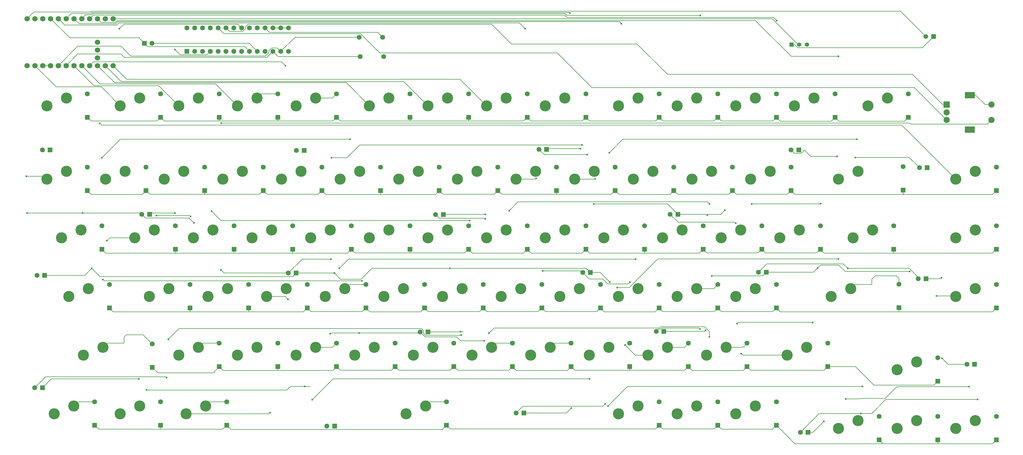
<source format=gbr>
%TF.GenerationSoftware,KiCad,Pcbnew,9.0.2*%
%TF.CreationDate,2025-07-31T22:41:45+05:30*%
%TF.ProjectId,clackintosh,636c6163-6b69-46e7-946f-73682e6b6963,rev?*%
%TF.SameCoordinates,Original*%
%TF.FileFunction,Copper,L1,Top*%
%TF.FilePolarity,Positive*%
%FSLAX46Y46*%
G04 Gerber Fmt 4.6, Leading zero omitted, Abs format (unit mm)*
G04 Created by KiCad (PCBNEW 9.0.2) date 2025-07-31 22:41:45*
%MOMM*%
%LPD*%
G01*
G04 APERTURE LIST*
G04 Aperture macros list*
%AMRoundRect*
0 Rectangle with rounded corners*
0 $1 Rounding radius*
0 $2 $3 $4 $5 $6 $7 $8 $9 X,Y pos of 4 corners*
0 Add a 4 corners polygon primitive as box body*
4,1,4,$2,$3,$4,$5,$6,$7,$8,$9,$2,$3,0*
0 Add four circle primitives for the rounded corners*
1,1,$1+$1,$2,$3*
1,1,$1+$1,$4,$5*
1,1,$1+$1,$6,$7*
1,1,$1+$1,$8,$9*
0 Add four rect primitives between the rounded corners*
20,1,$1+$1,$2,$3,$4,$5,0*
20,1,$1+$1,$4,$5,$6,$7,0*
20,1,$1+$1,$6,$7,$8,$9,0*
20,1,$1+$1,$8,$9,$2,$3,0*%
G04 Aperture macros list end*
%TA.AperFunction,ComponentPad*%
%ADD10RoundRect,0.250000X0.550000X-0.550000X0.550000X0.550000X-0.550000X0.550000X-0.550000X-0.550000X0*%
%TD*%
%TA.AperFunction,ComponentPad*%
%ADD11C,1.600000*%
%TD*%
%TA.AperFunction,ComponentPad*%
%ADD12R,2.000000X2.000000*%
%TD*%
%TA.AperFunction,ComponentPad*%
%ADD13C,2.000000*%
%TD*%
%TA.AperFunction,ComponentPad*%
%ADD14R,3.200000X2.000000*%
%TD*%
%TA.AperFunction,ComponentPad*%
%ADD15R,1.408000X1.408000*%
%TD*%
%TA.AperFunction,ComponentPad*%
%ADD16C,1.408000*%
%TD*%
%TA.AperFunction,ComponentPad*%
%ADD17RoundRect,0.250000X-0.550000X-0.550000X0.550000X-0.550000X0.550000X0.550000X-0.550000X0.550000X0*%
%TD*%
%TA.AperFunction,ComponentPad*%
%ADD18C,1.524000*%
%TD*%
%TA.AperFunction,ComponentPad*%
%ADD19RoundRect,0.250000X-0.512000X-0.512000X0.512000X-0.512000X0.512000X0.512000X-0.512000X0.512000X0*%
%TD*%
%TA.AperFunction,ComponentPad*%
%ADD20C,1.752600*%
%TD*%
%TA.AperFunction,ComponentPad*%
%ADD21C,3.600000*%
%TD*%
%TA.AperFunction,ComponentPad*%
%ADD22RoundRect,0.250000X0.550000X0.550000X-0.550000X0.550000X-0.550000X-0.550000X0.550000X-0.550000X0*%
%TD*%
%TA.AperFunction,ViaPad*%
%ADD23C,0.600000*%
%TD*%
%TA.AperFunction,Conductor*%
%ADD24C,0.200000*%
%TD*%
G04 APERTURE END LIST*
D10*
%TO.P,D55,1,K*%
%TO.N,Row 4*%
X252887500Y-105012500D03*
D11*
%TO.P,D55,2,A*%
%TO.N,Net-(D55-A)*%
X252887500Y-97392500D03*
%TD*%
D10*
%TO.P,D61,1,K*%
%TO.N,Row 5*%
X110012500Y-124062500D03*
D11*
%TO.P,D61,2,A*%
%TO.N,Net-(D61-A)*%
X110012500Y-116442500D03*
%TD*%
D10*
%TO.P,D75,1,K*%
%TO.N,Row 6*%
X164781300Y-143112500D03*
D11*
%TO.P,D75,2,A*%
%TO.N,Net-(D75-A)*%
X164781300Y-135492500D03*
%TD*%
D10*
%TO.P,D17,1,K*%
%TO.N,Row 2*%
X86200000Y-66912500D03*
D11*
%TO.P,D17,2,A*%
%TO.N,Net-(D17-A)*%
X86200000Y-59292500D03*
%TD*%
D10*
%TO.P,D18,1,K*%
%TO.N,Row 2*%
X105250000Y-66912500D03*
D11*
%TO.P,D18,2,A*%
%TO.N,Net-(D18-A)*%
X105250000Y-59292500D03*
%TD*%
D12*
%TO.P,SW1,A,A*%
%TO.N,RE_R_A*%
X327250000Y-39000000D03*
D13*
%TO.P,SW1,B,B*%
%TO.N,RE_R_B*%
X327250000Y-44000000D03*
%TO.P,SW1,C,C*%
%TO.N,RE_SW_2*%
X327250000Y-41500000D03*
D14*
%TO.P,SW1,MP,MP*%
X334750000Y-35900000D03*
X334750000Y-47100000D03*
D13*
%TO.P,SW1,S1,S1*%
%TO.N,RE_SW_1*%
X341750000Y-44000000D03*
%TO.P,SW1,S2,S2*%
%TO.N,RE_SW_2*%
X341750000Y-39000000D03*
%TD*%
D10*
%TO.P,D56,1,K*%
%TO.N,Row 4*%
X271937500Y-105012500D03*
D11*
%TO.P,D56,2,A*%
%TO.N,Net-(D56-A)*%
X271937500Y-97392500D03*
%TD*%
D10*
%TO.P,D10,1,K*%
%TO.N,Row 1*%
X233837500Y-43100000D03*
D11*
%TO.P,D10,2,A*%
%TO.N,Net-(D10-A)*%
X233837500Y-35480000D03*
%TD*%
D10*
%TO.P,D23,1,K*%
%TO.N,Row 2*%
X200500000Y-66912500D03*
D11*
%TO.P,D23,2,A*%
%TO.N,Net-(D23-A)*%
X200500000Y-59292500D03*
%TD*%
D10*
%TO.P,D79,1,K*%
%TO.N,Row 6*%
X305275000Y-147875000D03*
D11*
%TO.P,D79,2,A*%
%TO.N,Net-(D79-A)*%
X305275000Y-140255000D03*
%TD*%
D10*
%TO.P,D50,1,K*%
%TO.N,Row 4*%
X157637500Y-105012500D03*
D11*
%TO.P,D50,2,A*%
%TO.N,Net-(D50-A)*%
X157637500Y-97392500D03*
%TD*%
D10*
%TO.P,D33,1,K*%
%TO.N,Row 3*%
X114775000Y-85962500D03*
D11*
%TO.P,D33,2,A*%
%TO.N,Net-(D33-A)*%
X114775000Y-78342500D03*
%TD*%
D10*
%TO.P,D67,1,K*%
%TO.N,Row 5*%
X224312500Y-124062500D03*
D11*
%TO.P,D67,2,A*%
%TO.N,Net-(D67-A)*%
X224312500Y-116442500D03*
%TD*%
D15*
%TO.P,SW2,1,A*%
%TO.N,RE_SW_2*%
X276812500Y-19500000D03*
D16*
%TO.P,SW2,2,B*%
%TO.N,SW_power*%
X279312500Y-19500000D03*
%TO.P,SW2,3,C*%
%TO.N,VCC*%
X281812500Y-19500000D03*
%TD*%
D10*
%TO.P,D8,1,K*%
%TO.N,Row 1*%
X190975000Y-43100000D03*
D11*
%TO.P,D8,2,A*%
%TO.N,Net-(D8-A)*%
X190975000Y-35480000D03*
%TD*%
D10*
%TO.P,D48,1,K*%
%TO.N,Row 4*%
X119537500Y-105012500D03*
D11*
%TO.P,D48,2,A*%
%TO.N,Net-(D48-A)*%
X119537500Y-97392500D03*
%TD*%
D10*
%TO.P,D4,1,K*%
%TO.N,Row 1*%
X110012500Y-43100000D03*
D11*
%TO.P,D4,2,A*%
%TO.N,Net-(D4-A)*%
X110012500Y-35480000D03*
%TD*%
D10*
%TO.P,D63,1,K*%
%TO.N,Row 5*%
X148112500Y-124062500D03*
D11*
%TO.P,D63,2,A*%
%TO.N,Net-(D63-A)*%
X148112500Y-116442500D03*
%TD*%
D10*
%TO.P,D73,1,K*%
%TO.N,Row 6*%
X71912500Y-143112500D03*
D11*
%TO.P,D73,2,A*%
%TO.N,Net-(D73-A)*%
X71912500Y-135492500D03*
%TD*%
D10*
%TO.P,D30,1,K*%
%TO.N,Row 3*%
X52862500Y-85962500D03*
D11*
%TO.P,D30,2,A*%
%TO.N,Net-(D30-A)*%
X52862500Y-78342500D03*
%TD*%
D10*
%TO.P,D3,1,K*%
%TO.N,Row 1*%
X90962500Y-43100000D03*
D11*
%TO.P,D3,2,A*%
%TO.N,Net-(D3-A)*%
X90962500Y-35480000D03*
%TD*%
D10*
%TO.P,D12,1,K*%
%TO.N,Row 1*%
X271937500Y-43100000D03*
D11*
%TO.P,D12,2,A*%
%TO.N,Net-(D12-A)*%
X271937500Y-35480000D03*
%TD*%
D10*
%TO.P,D7,1,K*%
%TO.N,Row 1*%
X171925000Y-43100000D03*
D11*
%TO.P,D7,2,A*%
%TO.N,Net-(D7-A)*%
X171925000Y-35480000D03*
%TD*%
D10*
%TO.P,D40,1,K*%
%TO.N,Row 3*%
X248125000Y-85962500D03*
D11*
%TO.P,D40,2,A*%
%TO.N,Net-(D40-A)*%
X248125000Y-78342500D03*
%TD*%
D10*
%TO.P,D26,1,K*%
%TO.N,Row 2*%
X257650000Y-66912500D03*
D11*
%TO.P,D26,2,A*%
%TO.N,Net-(D26-A)*%
X257650000Y-59292500D03*
%TD*%
D10*
%TO.P,D39,1,K*%
%TO.N,Row 3*%
X229075000Y-85962500D03*
D11*
%TO.P,D39,2,A*%
%TO.N,Net-(D39-A)*%
X229075000Y-78342500D03*
%TD*%
D10*
%TO.P,D47,1,K*%
%TO.N,Row 4*%
X100487500Y-105012500D03*
D11*
%TO.P,D47,2,A*%
%TO.N,Net-(D47-A)*%
X100487500Y-97392500D03*
%TD*%
D10*
%TO.P,D38,1,K*%
%TO.N,Row 3*%
X210025000Y-85962500D03*
D11*
%TO.P,D38,2,A*%
%TO.N,Net-(D38-A)*%
X210025000Y-78342500D03*
%TD*%
D10*
%TO.P,D69,1,K*%
%TO.N,Row 5*%
X262412500Y-124062500D03*
D11*
%TO.P,D69,2,A*%
%TO.N,Net-(D69-A)*%
X262412500Y-116442500D03*
%TD*%
D10*
%TO.P,D58,1,K*%
%TO.N,Row 4*%
X343375000Y-105012500D03*
D11*
%TO.P,D58,2,A*%
%TO.N,Net-(D58-A)*%
X343375000Y-97392500D03*
%TD*%
D10*
%TO.P,D22,1,K*%
%TO.N,Row 2*%
X181450000Y-66912500D03*
D11*
%TO.P,D22,2,A*%
%TO.N,Net-(D22-A)*%
X181450000Y-59292500D03*
%TD*%
D10*
%TO.P,D72,1,K*%
%TO.N,Row 6*%
X50481300Y-143112500D03*
D11*
%TO.P,D72,2,A*%
%TO.N,Net-(D72-A)*%
X50481300Y-135492500D03*
%TD*%
D10*
%TO.P,D14,1,K*%
%TO.N,Row 1*%
X314800000Y-43100000D03*
D11*
%TO.P,D14,2,A*%
%TO.N,Net-(D14-A)*%
X314800000Y-35480000D03*
%TD*%
D10*
%TO.P,D6,1,K*%
%TO.N,Row 1*%
X152875000Y-43100000D03*
D11*
%TO.P,D6,2,A*%
%TO.N,Net-(D6-A)*%
X152875000Y-35480000D03*
%TD*%
D10*
%TO.P,D27,1,K*%
%TO.N,Row 2*%
X276700000Y-66912500D03*
D11*
%TO.P,D27,2,A*%
%TO.N,Net-(D27-A)*%
X276700000Y-59292500D03*
%TD*%
D10*
%TO.P,D2,1,K*%
%TO.N,Row 1*%
X71912500Y-43100000D03*
D11*
%TO.P,D2,2,A*%
%TO.N,Net-(D2-A)*%
X71912500Y-35480000D03*
%TD*%
D10*
%TO.P,D24,1,K*%
%TO.N,Row 2*%
X219550000Y-66912500D03*
D11*
%TO.P,D24,2,A*%
%TO.N,Net-(D24-A)*%
X219550000Y-59292500D03*
%TD*%
D17*
%TO.P,C21,1*%
%TO.N,VCC*%
X66594900Y-19100000D03*
D11*
%TO.P,C21,2*%
%TO.N,RE_SW_2*%
X69094900Y-19100000D03*
%TD*%
D10*
%TO.P,D25,1,K*%
%TO.N,Row 2*%
X238600000Y-66912500D03*
D11*
%TO.P,D25,2,A*%
%TO.N,Net-(D25-A)*%
X238600000Y-59292500D03*
%TD*%
D10*
%TO.P,D42,1,K*%
%TO.N,Row 3*%
X286225000Y-85962500D03*
D11*
%TO.P,D42,2,A*%
%TO.N,Net-(D42-A)*%
X286225000Y-78342500D03*
%TD*%
D10*
%TO.P,D5,1,K*%
%TO.N,Row 1*%
X129062500Y-43100000D03*
D11*
%TO.P,D5,2,A*%
%TO.N,Net-(D5-A)*%
X129062500Y-35480000D03*
%TD*%
D10*
%TO.P,D62,1,K*%
%TO.N,Row 5*%
X129062500Y-124062500D03*
D11*
%TO.P,D62,2,A*%
%TO.N,Net-(D62-A)*%
X129062500Y-116442500D03*
%TD*%
D10*
%TO.P,D68,1,K*%
%TO.N,Row 5*%
X243362500Y-124062500D03*
D11*
%TO.P,D68,2,A*%
%TO.N,Net-(D68-A)*%
X243362500Y-116442500D03*
%TD*%
D18*
%TO.P,BT1,1,+*%
%TO.N,Batt+*%
X320460000Y-16900000D03*
D19*
%TO.P,BT1,2,-*%
%TO.N,RE_SW_2*%
X323000000Y-16900000D03*
%TD*%
D10*
%TO.P,D41,1,K*%
%TO.N,Row 3*%
X267175000Y-85962500D03*
D11*
%TO.P,D41,2,A*%
%TO.N,Net-(D41-A)*%
X267175000Y-78342500D03*
%TD*%
D10*
%TO.P,D32,1,K*%
%TO.N,Row 3*%
X95725000Y-85962500D03*
D11*
%TO.P,D32,2,A*%
%TO.N,Net-(D32-A)*%
X95725000Y-78342500D03*
%TD*%
D10*
%TO.P,D70,1,K*%
%TO.N,Row 5*%
X288606300Y-124062500D03*
D11*
%TO.P,D70,2,A*%
%TO.N,Net-(D70-A)*%
X288606300Y-116442500D03*
%TD*%
D10*
%TO.P,D52,1,K*%
%TO.N,Row 4*%
X195737500Y-105012500D03*
D11*
%TO.P,D52,2,A*%
%TO.N,Net-(D52-A)*%
X195737500Y-97392500D03*
%TD*%
D20*
%TO.P,U2,1,1*%
%TO.N,Col 1*%
X28510000Y-26320000D03*
%TO.P,U2,2,0*%
%TO.N,Col 2*%
X31050000Y-26320000D03*
%TO.P,U2,3,GND*%
%TO.N,RE_SW_2*%
X33590000Y-26320000D03*
%TO.P,U2,4,GND*%
X36130000Y-26320000D03*
%TO.P,U2,5,2*%
%TO.N,SDA*%
X38670000Y-26320000D03*
%TO.P,U2,6,3*%
%TO.N,SCL*%
X41210000Y-26320000D03*
%TO.P,U2,7,4*%
%TO.N,Col 3*%
X43750000Y-26320000D03*
%TO.P,U2,8,5*%
%TO.N,Col 4*%
X46290000Y-26320000D03*
%TO.P,U2,9,6*%
%TO.N,Col 5*%
X48830000Y-26320000D03*
%TO.P,U2,10,7*%
%TO.N,Col 6*%
X51370000Y-26320000D03*
%TO.P,U2,11,8*%
%TO.N,Col 7*%
X53910000Y-26320000D03*
%TO.P,U2,12,9*%
%TO.N,Col 8*%
X56450000Y-26320000D03*
%TO.P,U2,13,10*%
%TO.N,SW_power*%
X56450000Y-11080000D03*
%TO.P,U2,14,16*%
%TO.N,Col 15*%
X53910000Y-11080000D03*
%TO.P,U2,15,14*%
%TO.N,Col 14*%
X51370000Y-11080000D03*
%TO.P,U2,16,15*%
%TO.N,Col 13*%
X48830000Y-11080000D03*
%TO.P,U2,17,18*%
%TO.N,Col 12*%
X46290000Y-11080000D03*
%TO.P,U2,18,19*%
%TO.N,Col 11*%
X43750000Y-11080000D03*
%TO.P,U2,19,20*%
%TO.N,Col 10*%
X41210000Y-11080000D03*
%TO.P,U2,20,21*%
%TO.N,Col 9*%
X38670000Y-11080000D03*
%TO.P,U2,21,3.3v*%
%TO.N,VCC*%
X36130000Y-11080000D03*
%TO.P,U2,22,RST*%
%TO.N,unconnected-(U2-RST-Pad22)*%
X33590000Y-11080000D03*
%TO.P,U2,23,GND*%
%TO.N,RE_SW_2*%
X31050000Y-11080000D03*
%TO.P,U2,24,B+*%
%TO.N,Batt+*%
X28510000Y-11080000D03*
%TO.P,U2,25,1*%
%TO.N,unconnected-(U2-1-Pad25)*%
X51370000Y-23780000D03*
%TO.P,U2,26,2*%
%TO.N,unconnected-(U2-2-Pad26)*%
X51370000Y-21240000D03*
%TO.P,U2,27,7*%
%TO.N,unconnected-(U2-7-Pad27)*%
X51370000Y-18700000D03*
%TD*%
D10*
%TO.P,D45,1,K*%
%TO.N,Row 4*%
X55243800Y-105012500D03*
D11*
%TO.P,D45,2,A*%
%TO.N,Net-(D45-A)*%
X55243800Y-97392500D03*
%TD*%
D10*
%TO.P,D59,1,K*%
%TO.N,Row 5*%
X69200000Y-124310000D03*
D11*
%TO.P,D59,2,A*%
%TO.N,Net-(D59-A)*%
X69200000Y-116690000D03*
%TD*%
D10*
%TO.P,D57,1,K*%
%TO.N,Row 4*%
X311700000Y-104910000D03*
D11*
%TO.P,D57,2,A*%
%TO.N,Net-(D57-A)*%
X311700000Y-97290000D03*
%TD*%
D10*
%TO.P,D9,1,K*%
%TO.N,Row 1*%
X210025000Y-43100000D03*
D11*
%TO.P,D9,2,A*%
%TO.N,Net-(D9-A)*%
X210025000Y-35480000D03*
%TD*%
D10*
%TO.P,D76,1,K*%
%TO.N,Row 6*%
X233837500Y-143112500D03*
D11*
%TO.P,D76,2,A*%
%TO.N,Net-(D76-A)*%
X233837500Y-135492500D03*
%TD*%
D10*
%TO.P,D34,1,K*%
%TO.N,Row 3*%
X133825000Y-85962500D03*
D11*
%TO.P,D34,2,A*%
%TO.N,Net-(D34-A)*%
X133825000Y-78342500D03*
%TD*%
D10*
%TO.P,D1,1,K*%
%TO.N,Row 1*%
X48100000Y-43100000D03*
D11*
%TO.P,D1,2,A*%
%TO.N,Net-(D1-A)*%
X48100000Y-35480000D03*
%TD*%
D10*
%TO.P,U1,1,GPB0*%
%TO.N,Row 1*%
X80440000Y-21700000D03*
D11*
%TO.P,U1,2,GPB1*%
%TO.N,Row 2*%
X82980000Y-21700000D03*
%TO.P,U1,3,GPB2*%
%TO.N,Row 3*%
X85520000Y-21700000D03*
%TO.P,U1,4,GPB3*%
%TO.N,Row 4*%
X88060000Y-21700000D03*
%TO.P,U1,5,GPB4*%
%TO.N,Row 5*%
X90600000Y-21700000D03*
%TO.P,U1,6,GPB5*%
%TO.N,Row 6*%
X93140000Y-21700000D03*
%TO.P,U1,7,GPB6*%
%TO.N,unconnected-(U1-GPB6-Pad7)*%
X95680000Y-21700000D03*
%TO.P,U1,8,GPB7*%
%TO.N,unconnected-(U1-GPB7-Pad8)*%
X98220000Y-21700000D03*
%TO.P,U1,9,VDD*%
%TO.N,VCC*%
X100760000Y-21700000D03*
%TO.P,U1,10,VSS*%
%TO.N,RE_SW_2*%
X103300000Y-21700000D03*
%TO.P,U1,11,NC*%
%TO.N,unconnected-(U1-NC-Pad11)*%
X105840000Y-21700000D03*
%TO.P,U1,12,SCK*%
%TO.N,SCL*%
X108380000Y-21700000D03*
%TO.P,U1,13,SDA*%
%TO.N,SDA*%
X110920000Y-21700000D03*
%TO.P,U1,14,NC*%
%TO.N,unconnected-(U1-NC-Pad14)*%
X113460000Y-21700000D03*
%TO.P,U1,15,A0*%
%TO.N,RE_SW_2*%
X113460000Y-14080000D03*
%TO.P,U1,16,A1*%
X110920000Y-14080000D03*
%TO.P,U1,17,A2*%
X108380000Y-14080000D03*
%TO.P,U1,18,~{RESET}*%
%TO.N,VCC*%
X105840000Y-14080000D03*
%TO.P,U1,19,INTB*%
%TO.N,unconnected-(U1-INTB-Pad19)*%
X103300000Y-14080000D03*
%TO.P,U1,20,INTA*%
%TO.N,unconnected-(U1-INTA-Pad20)*%
X100760000Y-14080000D03*
%TO.P,U1,21,GPA0*%
%TO.N,LED*%
X98220000Y-14080000D03*
%TO.P,U1,22,GPA1*%
%TO.N,unconnected-(U1-GPA1-Pad22)*%
X95680000Y-14080000D03*
%TO.P,U1,23,GPA2*%
%TO.N,RE_R_A*%
X93140000Y-14080000D03*
%TO.P,U1,24,GPA3*%
%TO.N,RE_R_B*%
X90600000Y-14080000D03*
%TO.P,U1,25,GPA4*%
%TO.N,unconnected-(U1-GPA4-Pad25)*%
X88060000Y-14080000D03*
%TO.P,U1,26,GPA5*%
%TO.N,RE_SW_1*%
X85520000Y-14080000D03*
%TO.P,U1,27,GPA6*%
%TO.N,unconnected-(U1-GPA6-Pad27)*%
X82980000Y-14080000D03*
%TO.P,U1,28,GPA7*%
%TO.N,unconnected-(U1-GPA7-Pad28)*%
X80440000Y-14080000D03*
%TD*%
D10*
%TO.P,D31,1,K*%
%TO.N,Row 3*%
X76675000Y-85962500D03*
D11*
%TO.P,D31,2,A*%
%TO.N,Net-(D31-A)*%
X76675000Y-78342500D03*
%TD*%
D10*
%TO.P,D37,1,K*%
%TO.N,Row 3*%
X190975000Y-85962500D03*
D11*
%TO.P,D37,2,A*%
%TO.N,Net-(D37-A)*%
X190975000Y-78342500D03*
%TD*%
D10*
%TO.P,D64,1,K*%
%TO.N,Row 5*%
X167162500Y-124062500D03*
D11*
%TO.P,D64,2,A*%
%TO.N,Net-(D64-A)*%
X167162500Y-116442500D03*
%TD*%
D10*
%TO.P,D81,1,K*%
%TO.N,Row 6*%
X343375000Y-147875000D03*
D11*
%TO.P,D81,2,A*%
%TO.N,Net-(D81-A)*%
X343375000Y-140255000D03*
%TD*%
D10*
%TO.P,D16,1,K*%
%TO.N,Row 2*%
X67150000Y-66912500D03*
D11*
%TO.P,D16,2,A*%
%TO.N,Net-(D16-A)*%
X67150000Y-59292500D03*
%TD*%
D10*
%TO.P,D78,1,K*%
%TO.N,Row 6*%
X271937500Y-143112500D03*
D11*
%TO.P,D78,2,A*%
%TO.N,Net-(D78-A)*%
X271937500Y-135492500D03*
%TD*%
D10*
%TO.P,D11,1,K*%
%TO.N,Row 1*%
X252887500Y-43100000D03*
D11*
%TO.P,D11,2,A*%
%TO.N,Net-(D11-A)*%
X252887500Y-35480000D03*
%TD*%
D10*
%TO.P,D77,1,K*%
%TO.N,Row 6*%
X252887500Y-143112500D03*
D11*
%TO.P,D77,2,A*%
%TO.N,Net-(D77-A)*%
X252887500Y-135492500D03*
%TD*%
%TO.P,R1,1*%
%TO.N,SDA*%
X136390000Y-17100000D03*
%TO.P,R1,2*%
%TO.N,VCC*%
X144010000Y-17100000D03*
%TD*%
D10*
%TO.P,D65,1,K*%
%TO.N,Row 5*%
X186212500Y-124062500D03*
D11*
%TO.P,D65,2,A*%
%TO.N,Net-(D65-A)*%
X186212500Y-116442500D03*
%TD*%
D10*
%TO.P,D60,1,K*%
%TO.N,Row 5*%
X90962500Y-124062500D03*
D11*
%TO.P,D60,2,A*%
%TO.N,Net-(D60-A)*%
X90962500Y-116442500D03*
%TD*%
D10*
%TO.P,D35,1,K*%
%TO.N,Row 3*%
X152875000Y-85962500D03*
D11*
%TO.P,D35,2,A*%
%TO.N,Net-(D35-A)*%
X152875000Y-78342500D03*
%TD*%
D10*
%TO.P,D53,1,K*%
%TO.N,Row 4*%
X214787500Y-105012500D03*
D11*
%TO.P,D53,2,A*%
%TO.N,Net-(D53-A)*%
X214787500Y-97392500D03*
%TD*%
D10*
%TO.P,D36,1,K*%
%TO.N,Row 3*%
X171925000Y-85962500D03*
D11*
%TO.P,D36,2,A*%
%TO.N,Net-(D36-A)*%
X171925000Y-78342500D03*
%TD*%
%TO.P,R2,1*%
%TO.N,VCC*%
X144310000Y-23400000D03*
%TO.P,R2,2*%
%TO.N,SCL*%
X136690000Y-23400000D03*
%TD*%
D10*
%TO.P,D21,1,K*%
%TO.N,Row 2*%
X162400000Y-66912500D03*
D11*
%TO.P,D21,2,A*%
%TO.N,Net-(D21-A)*%
X162400000Y-59292500D03*
%TD*%
D10*
%TO.P,D54,1,K*%
%TO.N,Row 4*%
X233837500Y-105012500D03*
D11*
%TO.P,D54,2,A*%
%TO.N,Net-(D54-A)*%
X233837500Y-97392500D03*
%TD*%
D10*
%TO.P,D15,1,K*%
%TO.N,Row 2*%
X48100000Y-66912500D03*
D11*
%TO.P,D15,2,A*%
%TO.N,Net-(D15-A)*%
X48100000Y-59292500D03*
%TD*%
D10*
%TO.P,D74,1,K*%
%TO.N,Row 6*%
X93343800Y-143112500D03*
D11*
%TO.P,D74,2,A*%
%TO.N,Net-(D74-A)*%
X93343800Y-135492500D03*
%TD*%
D10*
%TO.P,D71,1,K*%
%TO.N,Row 5*%
X324325000Y-128825000D03*
D11*
%TO.P,D71,2,A*%
%TO.N,Net-(D71-A)*%
X324325000Y-121205000D03*
%TD*%
D10*
%TO.P,D66,1,K*%
%TO.N,Row 5*%
X205262500Y-124062500D03*
D11*
%TO.P,D66,2,A*%
%TO.N,Net-(D66-A)*%
X205262500Y-116442500D03*
%TD*%
D10*
%TO.P,D80,1,K*%
%TO.N,Row 6*%
X324325000Y-147875000D03*
D11*
%TO.P,D80,2,A*%
%TO.N,Net-(D80-A)*%
X324325000Y-140255000D03*
%TD*%
D10*
%TO.P,D29,1,K*%
%TO.N,Row 2*%
X343375000Y-66912500D03*
D11*
%TO.P,D29,2,A*%
%TO.N,Net-(D29-A)*%
X343375000Y-59292500D03*
%TD*%
D10*
%TO.P,D43,1,K*%
%TO.N,Row 3*%
X310037500Y-85962500D03*
D11*
%TO.P,D43,2,A*%
%TO.N,Net-(D43-A)*%
X310037500Y-78342500D03*
%TD*%
D10*
%TO.P,D49,1,K*%
%TO.N,Row 4*%
X138587500Y-105012500D03*
D11*
%TO.P,D49,2,A*%
%TO.N,Net-(D49-A)*%
X138587500Y-97392500D03*
%TD*%
D10*
%TO.P,D20,1,K*%
%TO.N,Row 2*%
X143350000Y-66912500D03*
D11*
%TO.P,D20,2,A*%
%TO.N,Net-(D20-A)*%
X143350000Y-59292500D03*
%TD*%
D10*
%TO.P,D51,1,K*%
%TO.N,Row 4*%
X176687500Y-105012500D03*
D11*
%TO.P,D51,2,A*%
%TO.N,Net-(D51-A)*%
X176687500Y-97392500D03*
%TD*%
D10*
%TO.P,D28,1,K*%
%TO.N,Row 2*%
X313100000Y-66720000D03*
D11*
%TO.P,D28,2,A*%
%TO.N,Net-(D28-A)*%
X313100000Y-59100000D03*
%TD*%
D10*
%TO.P,D19,1,K*%
%TO.N,Row 2*%
X124300000Y-66912500D03*
D11*
%TO.P,D19,2,A*%
%TO.N,Net-(D19-A)*%
X124300000Y-59292500D03*
%TD*%
D10*
%TO.P,D44,1,K*%
%TO.N,Row 3*%
X343375000Y-85962500D03*
D11*
%TO.P,D44,2,A*%
%TO.N,Net-(D44-A)*%
X343375000Y-78342500D03*
%TD*%
D10*
%TO.P,D13,1,K*%
%TO.N,Row 1*%
X290987500Y-43100000D03*
D11*
%TO.P,D13,2,A*%
%TO.N,Net-(D13-A)*%
X290987500Y-35480000D03*
%TD*%
D10*
%TO.P,D46,1,K*%
%TO.N,Row 4*%
X81437500Y-105012500D03*
D11*
%TO.P,D46,2,A*%
%TO.N,Net-(D46-A)*%
X81437500Y-97392500D03*
%TD*%
D21*
%TO.P,S12,1,1*%
%TO.N,Col 12*%
X258762500Y-39370000D03*
%TO.P,S12,2,2*%
%TO.N,Net-(D12-A)*%
X265112500Y-36830000D03*
%TD*%
%TO.P,S70,1,1*%
%TO.N,Col 12*%
X275431300Y-120332500D03*
%TO.P,S70,2,2*%
%TO.N,Net-(D70-A)*%
X281781300Y-117792500D03*
%TD*%
%TO.P,S39,1,1*%
%TO.N,Col 10*%
X215900000Y-82232500D03*
%TO.P,S39,2,2*%
%TO.N,Net-(D39-A)*%
X222250000Y-79692500D03*
%TD*%
%TO.P,S57,1,1*%
%TO.N,Col 14*%
X289718800Y-101282500D03*
%TO.P,S57,2,2*%
%TO.N,Net-(D57-A)*%
X296068800Y-98742500D03*
%TD*%
%TO.P,S59,1,1*%
%TO.N,Col 1*%
X46831300Y-120332500D03*
%TO.P,S59,2,2*%
%TO.N,Net-(D59-A)*%
X53181300Y-117792500D03*
%TD*%
D22*
%TO.P,C14,1*%
%TO.N,VCC*%
X33505100Y-130900000D03*
D11*
%TO.P,C14,2*%
%TO.N,RE_SW_2*%
X31005100Y-130900000D03*
%TD*%
D21*
%TO.P,S65,1,1*%
%TO.N,Col 7*%
X173037500Y-120332500D03*
%TO.P,S65,2,2*%
%TO.N,Net-(D65-A)*%
X179387500Y-117792500D03*
%TD*%
%TO.P,S8,1,1*%
%TO.N,Col 8*%
X177800000Y-39370000D03*
%TO.P,S8,2,2*%
%TO.N,Net-(D8-A)*%
X184150000Y-36830000D03*
%TD*%
%TO.P,S44,1,1*%
%TO.N,Col 15*%
X330200000Y-82232500D03*
%TO.P,S44,2,2*%
%TO.N,Net-(D44-A)*%
X336550000Y-79692500D03*
%TD*%
%TO.P,S60,1,1*%
%TO.N,Col 2*%
X77787500Y-120332500D03*
%TO.P,S60,2,2*%
%TO.N,Net-(D60-A)*%
X84137500Y-117792500D03*
%TD*%
%TO.P,S47,1,1*%
%TO.N,Col 3*%
X87312500Y-101282500D03*
%TO.P,S47,2,2*%
%TO.N,Net-(D47-A)*%
X93662500Y-98742500D03*
%TD*%
%TO.P,S81,1,1*%
%TO.N,Col 15*%
X330200000Y-144145000D03*
%TO.P,S81,2,2*%
%TO.N,Net-(D81-A)*%
X336550000Y-141605000D03*
%TD*%
%TO.P,S69,1,1*%
%TO.N,Col 11*%
X249237500Y-120332500D03*
%TO.P,S69,2,2*%
%TO.N,Net-(D69-A)*%
X255587500Y-117792500D03*
%TD*%
D22*
%TO.P,C6,1*%
%TO.N,VCC*%
X163705100Y-74700000D03*
D11*
%TO.P,C6,2*%
%TO.N,RE_SW_2*%
X161205100Y-74700000D03*
%TD*%
D21*
%TO.P,S66,1,1*%
%TO.N,Col 8*%
X192087500Y-120332500D03*
%TO.P,S66,2,2*%
%TO.N,Net-(D66-A)*%
X198437500Y-117792500D03*
%TD*%
%TO.P,S9,1,1*%
%TO.N,Col 9*%
X196850000Y-39370000D03*
%TO.P,S9,2,2*%
%TO.N,Net-(D9-A)*%
X203200000Y-36830000D03*
%TD*%
%TO.P,S77,1,1*%
%TO.N,Col 11*%
X239712500Y-139382500D03*
%TO.P,S77,2,2*%
%TO.N,Net-(D77-A)*%
X246062500Y-136842500D03*
%TD*%
D22*
%TO.P,C8,1*%
%TO.N,VCC*%
X34205100Y-94400000D03*
D11*
%TO.P,C8,2*%
%TO.N,RE_SW_2*%
X31705100Y-94400000D03*
%TD*%
D21*
%TO.P,S30,1,1*%
%TO.N,Col 1*%
X39687500Y-82232500D03*
%TO.P,S30,2,2*%
%TO.N,Net-(D30-A)*%
X46037500Y-79692500D03*
%TD*%
D22*
%TO.P,C20,1*%
%TO.N,VCC*%
X320500000Y-95500000D03*
D11*
%TO.P,C20,2*%
%TO.N,RE_SW_2*%
X318000000Y-95500000D03*
%TD*%
D22*
%TO.P,C7,1*%
%TO.N,VCC*%
X68300000Y-74600000D03*
D11*
%TO.P,C7,2*%
%TO.N,RE_SW_2*%
X65800000Y-74600000D03*
%TD*%
D21*
%TO.P,S40,1,1*%
%TO.N,Col 11*%
X234950000Y-82232500D03*
%TO.P,S40,2,2*%
%TO.N,Net-(D40-A)*%
X241300000Y-79692500D03*
%TD*%
%TO.P,S38,1,1*%
%TO.N,Col 9*%
X196850000Y-82232500D03*
%TO.P,S38,2,2*%
%TO.N,Net-(D38-A)*%
X203200000Y-79692500D03*
%TD*%
%TO.P,S76,1,1*%
%TO.N,Col 10*%
X220662500Y-139382500D03*
%TO.P,S76,2,2*%
%TO.N,Net-(D76-A)*%
X227012500Y-136842500D03*
%TD*%
D22*
%TO.P,C10,1*%
%TO.N,VCC*%
X211500000Y-93500000D03*
D11*
%TO.P,C10,2*%
%TO.N,RE_SW_2*%
X209000000Y-93500000D03*
%TD*%
D21*
%TO.P,S52,1,1*%
%TO.N,Col 8*%
X182562500Y-101282500D03*
%TO.P,S52,2,2*%
%TO.N,Net-(D52-A)*%
X188912500Y-98742500D03*
%TD*%
%TO.P,S79,1,1*%
%TO.N,Col 13*%
X292100000Y-144145000D03*
%TO.P,S79,2,2*%
%TO.N,Net-(D79-A)*%
X298450000Y-141605000D03*
%TD*%
%TO.P,S2,1,1*%
%TO.N,Col 2*%
X58737500Y-39370000D03*
%TO.P,S2,2,2*%
%TO.N,Net-(D2-A)*%
X65087500Y-36830000D03*
%TD*%
%TO.P,S17,1,1*%
%TO.N,Col 3*%
X73025000Y-63182500D03*
%TO.P,S17,2,2*%
%TO.N,Net-(D17-A)*%
X79375000Y-60642500D03*
%TD*%
%TO.P,S41,1,1*%
%TO.N,Col 12*%
X254000000Y-82232500D03*
%TO.P,S41,2,2*%
%TO.N,Net-(D41-A)*%
X260350000Y-79692500D03*
%TD*%
%TO.P,S80,1,1*%
%TO.N,Col 14*%
X311150000Y-144145000D03*
%TO.P,S80,2,2*%
%TO.N,Net-(D80-A)*%
X317500000Y-141605000D03*
%TD*%
%TO.P,S32,1,1*%
%TO.N,Col 3*%
X82550000Y-82232500D03*
%TO.P,S32,2,2*%
%TO.N,Net-(D32-A)*%
X88900000Y-79692500D03*
%TD*%
%TO.P,S75,1,1*%
%TO.N,Col 7*%
X151606300Y-139382500D03*
%TO.P,S75,2,2*%
%TO.N,Net-(D75-A)*%
X157956300Y-136842500D03*
%TD*%
%TO.P,S37,1,1*%
%TO.N,Col 8*%
X177800000Y-82232500D03*
%TO.P,S37,2,2*%
%TO.N,Net-(D37-A)*%
X184150000Y-79692500D03*
%TD*%
%TO.P,S4,1,1*%
%TO.N,Col 4*%
X96837500Y-39370000D03*
%TO.P,S4,2,2*%
%TO.N,Net-(D4-A)*%
X103187500Y-36830000D03*
%TD*%
%TO.P,S18,1,1*%
%TO.N,Col 4*%
X92075000Y-63182500D03*
%TO.P,S18,2,2*%
%TO.N,Net-(D18-A)*%
X98425000Y-60642500D03*
%TD*%
%TO.P,S20,1,1*%
%TO.N,Col 6*%
X130175000Y-63182500D03*
%TO.P,S20,2,2*%
%TO.N,Net-(D20-A)*%
X136525000Y-60642500D03*
%TD*%
D22*
%TO.P,C2,1*%
%TO.N,VCC*%
X118500000Y-53900000D03*
D11*
%TO.P,C2,2*%
%TO.N,RE_SW_2*%
X116000000Y-53900000D03*
%TD*%
D21*
%TO.P,S14,1,1*%
%TO.N,Col 14*%
X301625000Y-39370000D03*
%TO.P,S14,2,2*%
%TO.N,Net-(D14-A)*%
X307975000Y-36830000D03*
%TD*%
D22*
%TO.P,C1,1*%
%TO.N,VCC*%
X35994900Y-53700000D03*
D11*
%TO.P,C1,2*%
%TO.N,RE_SW_2*%
X33494900Y-53700000D03*
%TD*%
D21*
%TO.P,S27,1,1*%
%TO.N,Col 13*%
X263525000Y-63182500D03*
%TO.P,S27,2,2*%
%TO.N,Net-(D27-A)*%
X269875000Y-60642500D03*
%TD*%
D22*
%TO.P,C4,1*%
%TO.N,VCC*%
X279205113Y-53700000D03*
D11*
%TO.P,C4,2*%
%TO.N,RE_SW_2*%
X276705113Y-53700000D03*
%TD*%
D21*
%TO.P,S71,1,1*%
%TO.N,Col 15*%
X311150000Y-125095000D03*
%TO.P,S71,2,2*%
%TO.N,Net-(D71-A)*%
X317500000Y-122555000D03*
%TD*%
%TO.P,S29,1,1*%
%TO.N,Col 15*%
X330200000Y-63182500D03*
%TO.P,S29,2,2*%
%TO.N,Net-(D29-A)*%
X336550000Y-60642500D03*
%TD*%
%TO.P,S58,1,1*%
%TO.N,Col 15*%
X330200000Y-101282500D03*
%TO.P,S58,2,2*%
%TO.N,Net-(D58-A)*%
X336550000Y-98742500D03*
%TD*%
%TO.P,S49,1,1*%
%TO.N,Col 5*%
X125412500Y-101282500D03*
%TO.P,S49,2,2*%
%TO.N,Net-(D49-A)*%
X131762500Y-98742500D03*
%TD*%
%TO.P,S23,1,1*%
%TO.N,Col 9*%
X187325000Y-63182500D03*
%TO.P,S23,2,2*%
%TO.N,Net-(D23-A)*%
X193675000Y-60642500D03*
%TD*%
%TO.P,S33,1,1*%
%TO.N,Col 4*%
X101600000Y-82232500D03*
%TO.P,S33,2,2*%
%TO.N,Net-(D33-A)*%
X107950000Y-79692500D03*
%TD*%
D22*
%TO.P,C13,1*%
%TO.N,VCC*%
X158700000Y-112800000D03*
D11*
%TO.P,C13,2*%
%TO.N,RE_SW_2*%
X156200000Y-112800000D03*
%TD*%
D22*
%TO.P,C18,1*%
%TO.N,VCC*%
X336300000Y-123300000D03*
D11*
%TO.P,C18,2*%
%TO.N,RE_SW_2*%
X333800000Y-123300000D03*
%TD*%
D21*
%TO.P,S78,1,1*%
%TO.N,Col 12*%
X258762500Y-139382500D03*
%TO.P,S78,2,2*%
%TO.N,Net-(D78-A)*%
X265112500Y-136842500D03*
%TD*%
%TO.P,S46,1,1*%
%TO.N,Col 2*%
X68262500Y-101282500D03*
%TO.P,S46,2,2*%
%TO.N,Net-(D46-A)*%
X74612500Y-98742500D03*
%TD*%
%TO.P,S68,1,1*%
%TO.N,Col 10*%
X230187500Y-120332500D03*
%TO.P,S68,2,2*%
%TO.N,Net-(D68-A)*%
X236537500Y-117792500D03*
%TD*%
%TO.P,S31,1,1*%
%TO.N,Col 2*%
X63500000Y-82232500D03*
%TO.P,S31,2,2*%
%TO.N,Net-(D31-A)*%
X69850000Y-79692500D03*
%TD*%
%TO.P,S24,1,1*%
%TO.N,Col 10*%
X206375000Y-63182500D03*
%TO.P,S24,2,2*%
%TO.N,Net-(D24-A)*%
X212725000Y-60642500D03*
%TD*%
%TO.P,S6,1,1*%
%TO.N,Col 6*%
X139700000Y-39370000D03*
%TO.P,S6,2,2*%
%TO.N,Net-(D6-A)*%
X146050000Y-36830000D03*
%TD*%
%TO.P,S11,1,1*%
%TO.N,Col 11*%
X239712500Y-39370000D03*
%TO.P,S11,2,2*%
%TO.N,Net-(D11-A)*%
X246062500Y-36830000D03*
%TD*%
%TO.P,S45,1,1*%
%TO.N,Col 1*%
X42068800Y-101282500D03*
%TO.P,S45,2,2*%
%TO.N,Net-(D45-A)*%
X48418800Y-98742500D03*
%TD*%
D22*
%TO.P,C5,1*%
%TO.N,VCC*%
X239905100Y-74600000D03*
D11*
%TO.P,C5,2*%
%TO.N,RE_SW_2*%
X237405100Y-74600000D03*
%TD*%
D21*
%TO.P,S73,1,1*%
%TO.N,Col 2*%
X58737500Y-139382500D03*
%TO.P,S73,2,2*%
%TO.N,Net-(D73-A)*%
X65087500Y-136842500D03*
%TD*%
%TO.P,S26,1,1*%
%TO.N,Col 12*%
X244475000Y-63182500D03*
%TO.P,S26,2,2*%
%TO.N,Net-(D26-A)*%
X250825000Y-60642500D03*
%TD*%
D22*
%TO.P,C3,1*%
%TO.N,VCC*%
X197300000Y-53500000D03*
D11*
%TO.P,C3,2*%
%TO.N,RE_SW_2*%
X194800000Y-53500000D03*
%TD*%
D21*
%TO.P,S51,1,1*%
%TO.N,Col 7*%
X163512500Y-101282500D03*
%TO.P,S51,2,2*%
%TO.N,Net-(D51-A)*%
X169862500Y-98742500D03*
%TD*%
%TO.P,S35,1,1*%
%TO.N,Col 6*%
X139700000Y-82232500D03*
%TO.P,S35,2,2*%
%TO.N,Net-(D35-A)*%
X146050000Y-79692500D03*
%TD*%
%TO.P,S36,1,1*%
%TO.N,Col 7*%
X158750000Y-82232500D03*
%TO.P,S36,2,2*%
%TO.N,Net-(D36-A)*%
X165100000Y-79692500D03*
%TD*%
%TO.P,S15,1,1*%
%TO.N,Col 1*%
X34925000Y-63182500D03*
%TO.P,S15,2,2*%
%TO.N,Net-(D15-A)*%
X41275000Y-60642500D03*
%TD*%
%TO.P,S61,1,1*%
%TO.N,Col 3*%
X96837500Y-120332500D03*
%TO.P,S61,2,2*%
%TO.N,Net-(D61-A)*%
X103187500Y-117792500D03*
%TD*%
%TO.P,S72,1,1*%
%TO.N,Col 1*%
X37306300Y-139382500D03*
%TO.P,S72,2,2*%
%TO.N,Net-(D72-A)*%
X43656300Y-136842500D03*
%TD*%
%TO.P,S25,1,1*%
%TO.N,Col 11*%
X225425000Y-63182500D03*
%TO.P,S25,2,2*%
%TO.N,Net-(D25-A)*%
X231775000Y-60642500D03*
%TD*%
%TO.P,S54,1,1*%
%TO.N,Col 10*%
X220662500Y-101282500D03*
%TO.P,S54,2,2*%
%TO.N,Net-(D54-A)*%
X227012500Y-98742500D03*
%TD*%
D22*
%TO.P,C17,1*%
%TO.N,VCC*%
X282200000Y-145400000D03*
D11*
%TO.P,C17,2*%
%TO.N,RE_SW_2*%
X279700000Y-145400000D03*
%TD*%
D21*
%TO.P,S63,1,1*%
%TO.N,Col 5*%
X134937500Y-120332500D03*
%TO.P,S63,2,2*%
%TO.N,Net-(D63-A)*%
X141287500Y-117792500D03*
%TD*%
D22*
%TO.P,C12,1*%
%TO.N,VCC*%
X235405100Y-112600000D03*
D11*
%TO.P,C12,2*%
%TO.N,RE_SW_2*%
X232905100Y-112600000D03*
%TD*%
D21*
%TO.P,S7,1,1*%
%TO.N,Col 7*%
X158750000Y-39370000D03*
%TO.P,S7,2,2*%
%TO.N,Net-(D7-A)*%
X165100000Y-36830000D03*
%TD*%
D22*
%TO.P,C11,1*%
%TO.N,VCC*%
X268600000Y-93400000D03*
D11*
%TO.P,C11,2*%
%TO.N,RE_SW_2*%
X266100000Y-93400000D03*
%TD*%
D21*
%TO.P,S16,1,1*%
%TO.N,Col 2*%
X53975000Y-63182500D03*
%TO.P,S16,2,2*%
%TO.N,Net-(D16-A)*%
X60325000Y-60642500D03*
%TD*%
D22*
%TO.P,C19,1*%
%TO.N,VCC*%
X320900000Y-59500000D03*
D11*
%TO.P,C19,2*%
%TO.N,RE_SW_2*%
X318400000Y-59500000D03*
%TD*%
D21*
%TO.P,S1,1,1*%
%TO.N,Col 1*%
X34925000Y-39370000D03*
%TO.P,S1,2,2*%
%TO.N,Net-(D1-A)*%
X41275000Y-36830000D03*
%TD*%
%TO.P,S67,1,1*%
%TO.N,Col 9*%
X211137500Y-120332500D03*
%TO.P,S67,2,2*%
%TO.N,Net-(D67-A)*%
X217487500Y-117792500D03*
%TD*%
%TO.P,S48,1,1*%
%TO.N,Col 4*%
X106362500Y-101282500D03*
%TO.P,S48,2,2*%
%TO.N,Net-(D48-A)*%
X112712500Y-98742500D03*
%TD*%
D22*
%TO.P,C16,1*%
%TO.N,VCC*%
X189900000Y-139100000D03*
D11*
%TO.P,C16,2*%
%TO.N,RE_SW_2*%
X187400000Y-139100000D03*
%TD*%
D21*
%TO.P,S74,1,1*%
%TO.N,Col 4*%
X80168800Y-139382500D03*
%TO.P,S74,2,2*%
%TO.N,Net-(D74-A)*%
X86518800Y-136842500D03*
%TD*%
%TO.P,S62,1,1*%
%TO.N,Col 4*%
X115887500Y-120332500D03*
%TO.P,S62,2,2*%
%TO.N,Net-(D62-A)*%
X122237500Y-117792500D03*
%TD*%
%TO.P,S19,1,1*%
%TO.N,Col 5*%
X111125000Y-63182500D03*
%TO.P,S19,2,2*%
%TO.N,Net-(D19-A)*%
X117475000Y-60642500D03*
%TD*%
%TO.P,S22,1,1*%
%TO.N,Col 8*%
X168275000Y-63182500D03*
%TO.P,S22,2,2*%
%TO.N,Net-(D22-A)*%
X174625000Y-60642500D03*
%TD*%
%TO.P,S5,1,1*%
%TO.N,Col 5*%
X115887500Y-39370000D03*
%TO.P,S5,2,2*%
%TO.N,Net-(D5-A)*%
X122237500Y-36830000D03*
%TD*%
%TO.P,S53,1,1*%
%TO.N,Col 9*%
X201612500Y-101282500D03*
%TO.P,S53,2,2*%
%TO.N,Net-(D53-A)*%
X207962500Y-98742500D03*
%TD*%
%TO.P,S10,1,1*%
%TO.N,Col 10*%
X220662500Y-39370000D03*
%TO.P,S10,2,2*%
%TO.N,Net-(D10-A)*%
X227012500Y-36830000D03*
%TD*%
%TO.P,S64,1,1*%
%TO.N,Col 6*%
X153987500Y-120332500D03*
%TO.P,S64,2,2*%
%TO.N,Net-(D64-A)*%
X160337500Y-117792500D03*
%TD*%
%TO.P,S28,1,1*%
%TO.N,Col 14*%
X292100000Y-63182500D03*
%TO.P,S28,2,2*%
%TO.N,Net-(D28-A)*%
X298450000Y-60642500D03*
%TD*%
%TO.P,S3,1,1*%
%TO.N,Col 3*%
X77787500Y-39370000D03*
%TO.P,S3,2,2*%
%TO.N,Net-(D3-A)*%
X84137500Y-36830000D03*
%TD*%
%TO.P,S55,1,1*%
%TO.N,Col 11*%
X239712500Y-101282500D03*
%TO.P,S55,2,2*%
%TO.N,Net-(D55-A)*%
X246062500Y-98742500D03*
%TD*%
%TO.P,S42,1,1*%
%TO.N,Col 13*%
X273050000Y-82232500D03*
%TO.P,S42,2,2*%
%TO.N,Net-(D42-A)*%
X279400000Y-79692500D03*
%TD*%
%TO.P,S50,1,1*%
%TO.N,Col 6*%
X144462500Y-101282500D03*
%TO.P,S50,2,2*%
%TO.N,Net-(D50-A)*%
X150812500Y-98742500D03*
%TD*%
D22*
%TO.P,C15,1*%
%TO.N,VCC*%
X128400000Y-143400000D03*
D11*
%TO.P,C15,2*%
%TO.N,RE_SW_2*%
X125900000Y-143400000D03*
%TD*%
D21*
%TO.P,S13,1,1*%
%TO.N,Col 13*%
X277812500Y-39370000D03*
%TO.P,S13,2,2*%
%TO.N,Net-(D13-A)*%
X284162500Y-36830000D03*
%TD*%
D22*
%TO.P,C9,1*%
%TO.N,VCC*%
X115900000Y-93700000D03*
D11*
%TO.P,C9,2*%
%TO.N,RE_SW_2*%
X113400000Y-93700000D03*
%TD*%
D21*
%TO.P,S56,1,1*%
%TO.N,Col 12*%
X258762500Y-101282500D03*
%TO.P,S56,2,2*%
%TO.N,Net-(D56-A)*%
X265112500Y-98742500D03*
%TD*%
%TO.P,S34,1,1*%
%TO.N,Col 5*%
X120650000Y-82232500D03*
%TO.P,S34,2,2*%
%TO.N,Net-(D34-A)*%
X127000000Y-79692500D03*
%TD*%
%TO.P,S43,1,1*%
%TO.N,Col 14*%
X296862500Y-82232500D03*
%TO.P,S43,2,2*%
%TO.N,Net-(D43-A)*%
X303212500Y-79692500D03*
%TD*%
%TO.P,S21,1,1*%
%TO.N,Col 7*%
X149225000Y-63182500D03*
%TO.P,S21,2,2*%
%TO.N,Net-(D21-A)*%
X155575000Y-60642500D03*
%TD*%
D23*
%TO.N,Row 4*%
X76503800Y-21083100D03*
%TO.N,Net-(L1-DOUT)*%
X133399300Y-50277400D03*
X52814400Y-56273100D03*
%TO.N,VCC*%
X76503800Y-74216600D03*
X217825700Y-96593400D03*
X250918600Y-94561600D03*
X212600300Y-71224200D03*
X255214300Y-73305000D03*
X49553300Y-92171000D03*
X285354400Y-92033500D03*
X177359600Y-74663800D03*
X249532000Y-74868300D03*
X325520200Y-95163400D03*
X165895600Y-92171000D03*
X248904400Y-112319700D03*
X315241600Y-93196600D03*
X287335100Y-141826500D03*
X64806400Y-128008200D03*
X128337000Y-93701600D03*
X208237200Y-53269800D03*
X205267300Y-137558900D03*
X169338000Y-112740700D03*
%TO.N,LED*%
X58536800Y-14368600D03*
%TO.N,Net-(L2-DOUT)*%
X127410300Y-56262200D03*
X208782900Y-52138000D03*
%TO.N,Net-(L3-DOUT)*%
X298096800Y-50277400D03*
X217643300Y-54652100D03*
%TO.N,Net-(L4-DOUT)*%
X263862400Y-71224200D03*
X286336100Y-71115800D03*
%TO.N,Net-(L5-DOUT)*%
X250184800Y-71224200D03*
X185122100Y-73441300D03*
%TO.N,Net-(L6-DOUT)*%
X172327800Y-76627600D03*
X88483400Y-73581000D03*
%TO.N,Net-(L7-DOUT)*%
X70556500Y-75010500D03*
X81630400Y-75288600D03*
%TO.N,Net-(L10-DOUT)*%
X292099600Y-89140500D03*
X220239800Y-98404800D03*
%TO.N,Net-(L10-DIN)*%
X129942300Y-92115500D03*
X226228800Y-89178600D03*
%TO.N,Net-(L11-DOUT)*%
X283693200Y-109751300D03*
X259168300Y-110125400D03*
%TO.N,Net-(L12-DOUT)*%
X178573600Y-113195100D03*
X250184800Y-114415800D03*
%TO.N,Net-(L13-DOUT)*%
X169596300Y-113827300D03*
X74390000Y-115182500D03*
%TO.N,Net-(L14-DOUT)*%
X67328300Y-131596100D03*
X118735600Y-130544000D03*
%TO.N,Net-(L15-DOUT)*%
X211256300Y-128079800D03*
X121191500Y-134836700D03*
%TO.N,Col 1*%
X28306000Y-62247000D03*
%TO.N,Col 2*%
X54449600Y-83193800D03*
%TO.N,Col 4*%
X113316300Y-102202300D03*
X107464100Y-139038300D03*
%TO.N,Col 5*%
X112437800Y-26336600D03*
%TO.N,Col 9*%
X190294800Y-14368600D03*
X193896500Y-62962800D03*
%TO.N,RE_SW_1*%
X91589200Y-44976300D03*
%TO.N,RE_SW_2*%
X216346700Y-136153400D03*
X295102300Y-92171000D03*
X299357100Y-139276000D03*
X196005600Y-92969100D03*
X82744800Y-77409300D03*
X177054200Y-115698700D03*
X247140400Y-111912300D03*
X258741600Y-77533900D03*
X177359600Y-76055100D03*
X73847000Y-127587900D03*
X46558800Y-74216600D03*
X91476300Y-92632100D03*
X136393800Y-113117800D03*
X224387500Y-96671600D03*
X337274000Y-134775500D03*
X291670300Y-55813500D03*
X126962400Y-113402100D03*
X325744700Y-121391400D03*
X28522800Y-74216600D03*
X127252500Y-89178600D03*
X210492500Y-55260800D03*
X297563200Y-56174000D03*
%TO.N,Col 10*%
X204890500Y-9293600D03*
X222714700Y-117010700D03*
X213112100Y-63092800D03*
%TO.N,Col 11*%
X221578200Y-12708300D03*
%TO.N,Col 12*%
X247190300Y-10026300D03*
X260489500Y-119821100D03*
%TO.N,Col 13*%
X272055400Y-11709500D03*
%TO.N,Col 14*%
X292107800Y-23345800D03*
%TO.N,Col 15*%
X52125300Y-45100200D03*
X323923000Y-101148200D03*
%TO.N,Net-(L8-DOUT)*%
X53154200Y-95799600D03*
X137345500Y-96229400D03*
%TO.N,Net-(L16-DOUT)*%
X299866800Y-130484100D03*
X217245300Y-136846100D03*
%TO.N,Net-(L17-DOUT)*%
X294488800Y-134600500D03*
X334523400Y-130572200D03*
%TD*%
D24*
%TO.N,Batt+*%
X30687100Y-8902900D02*
X28510000Y-11080000D01*
X49245500Y-8901400D02*
X49244000Y-8902900D01*
X312226000Y-8666000D02*
X49480900Y-8666000D01*
X49480900Y-8666000D02*
X49245500Y-8901400D01*
X320460000Y-16900000D02*
X312226000Y-8666000D01*
X49245500Y-8901400D02*
X49244000Y-8902900D01*
X49244000Y-8902900D02*
X30687100Y-8902900D01*
%TO.N,Row 1*%
X48100000Y-43100000D02*
X49311700Y-44311700D01*
X289730600Y-44356900D02*
X273194400Y-44356900D01*
X127847600Y-44314900D02*
X129062500Y-43100000D01*
X192186700Y-44311700D02*
X208813300Y-44311700D01*
X152875000Y-43100000D02*
X152875000Y-44349100D01*
X235086100Y-44348600D02*
X251638900Y-44348600D01*
X233837500Y-43100000D02*
X235086100Y-44348600D01*
X110012500Y-44314900D02*
X127847600Y-44314900D01*
X49311700Y-44311700D02*
X70700800Y-44311700D01*
X208813300Y-44311700D02*
X210025000Y-43100000D01*
X314800000Y-43100000D02*
X313532400Y-44367600D01*
X73127400Y-44314900D02*
X71912500Y-43100000D01*
X190975000Y-43100000D02*
X192186700Y-44311700D01*
X211236700Y-44311700D02*
X210025000Y-43100000D01*
X90962500Y-44032700D02*
X91244700Y-44314900D01*
X91244700Y-44314900D02*
X110012500Y-44314900D01*
X270725800Y-44311700D02*
X271937500Y-43100000D01*
X254099200Y-44311700D02*
X270725800Y-44311700D01*
X110012500Y-44314900D02*
X110012500Y-43100000D01*
X313532400Y-44367600D02*
X292255100Y-44367600D01*
X232625800Y-44311700D02*
X211236700Y-44311700D01*
X90962500Y-43100000D02*
X90962500Y-44032700D01*
X130311600Y-44349100D02*
X129062500Y-43100000D01*
X290987500Y-43100000D02*
X289730600Y-44356900D01*
X90680300Y-44314900D02*
X73127400Y-44314900D01*
X70700800Y-44311700D02*
X71912500Y-43100000D01*
X251638900Y-44348600D02*
X252887500Y-43100000D01*
X171925000Y-44349100D02*
X189725900Y-44349100D01*
X171925000Y-43100000D02*
X171925000Y-44349100D01*
X233837500Y-43100000D02*
X232625800Y-44311700D01*
X152875000Y-44349100D02*
X171925000Y-44349100D01*
X189725900Y-44349100D02*
X190975000Y-43100000D01*
X90962500Y-44032700D02*
X90680300Y-44314900D01*
X252887500Y-43100000D02*
X254099200Y-44311700D01*
X152875000Y-44349100D02*
X130311600Y-44349100D01*
X292255100Y-44367600D02*
X290987500Y-43100000D01*
X273194400Y-44356900D02*
X271937500Y-43100000D01*
%TO.N,Net-(D4-A)*%
X104537500Y-35480000D02*
X103187500Y-36830000D01*
X110012500Y-35480000D02*
X104537500Y-35480000D01*
%TO.N,Net-(D5-A)*%
X122237500Y-36830000D02*
X127712500Y-36830000D01*
X127712500Y-36830000D02*
X129062500Y-35480000D01*
%TO.N,Row 2*%
X106461700Y-68124200D02*
X123088300Y-68124200D01*
X305275000Y-68145200D02*
X277932700Y-68145200D01*
X343375000Y-66912500D02*
X342142300Y-68145200D01*
X257650000Y-66912500D02*
X256438300Y-68124200D01*
X143350000Y-68148300D02*
X143350000Y-66912500D01*
X200500000Y-66912500D02*
X200500000Y-68124200D01*
X220803000Y-68165500D02*
X219550000Y-66912500D01*
X125535800Y-68148300D02*
X143350000Y-68148300D01*
X275488300Y-68124200D02*
X258861700Y-68124200D01*
X200500000Y-68124200D02*
X182661700Y-68124200D01*
X312700000Y-68145200D02*
X305275000Y-68145200D01*
X163611700Y-68124200D02*
X162400000Y-66912500D01*
X67150000Y-66912500D02*
X68361700Y-68124200D01*
X256438300Y-68124200D02*
X239811700Y-68124200D01*
X258861700Y-68124200D02*
X257650000Y-66912500D01*
X161164200Y-68148300D02*
X162400000Y-66912500D01*
X124300000Y-66912500D02*
X125535800Y-68148300D01*
X65908000Y-68154500D02*
X67150000Y-66912500D01*
X277932700Y-68145200D02*
X276700000Y-66912500D01*
X219550000Y-66912500D02*
X218338300Y-68124200D01*
X104038300Y-68124200D02*
X105250000Y-66912500D01*
X48100000Y-66912500D02*
X49342000Y-68154500D01*
X181450000Y-66912500D02*
X180238300Y-68124200D01*
X86200000Y-68124200D02*
X86200000Y-66912500D01*
X237347000Y-68165500D02*
X220803000Y-68165500D01*
X182661700Y-68124200D02*
X181450000Y-66912500D01*
X238600000Y-66912500D02*
X237347000Y-68165500D01*
X143350000Y-68148300D02*
X161164200Y-68148300D01*
X123088300Y-68124200D02*
X124300000Y-66912500D01*
X49342000Y-68154500D02*
X65908000Y-68154500D01*
X313100000Y-66720000D02*
X313100000Y-67845200D01*
X239811700Y-68124200D02*
X238600000Y-66912500D01*
X218338300Y-68124200D02*
X200500000Y-68124200D01*
X313400000Y-68145200D02*
X312700000Y-68145200D01*
X105250000Y-66912500D02*
X106461700Y-68124200D01*
X86200000Y-68124200D02*
X104038300Y-68124200D01*
X180238300Y-68124200D02*
X163611700Y-68124200D01*
X276700000Y-66912500D02*
X275488300Y-68124200D01*
X68361700Y-68124200D02*
X86200000Y-68124200D01*
X313100000Y-67845200D02*
X313400000Y-68145200D01*
X342142300Y-68145200D02*
X313400000Y-68145200D01*
%TO.N,Row 3*%
X285003600Y-87183900D02*
X268396400Y-87183900D01*
X342141900Y-87195600D02*
X310037500Y-87195600D01*
X229075000Y-87211200D02*
X211273700Y-87211200D01*
X268396400Y-87183900D02*
X267175000Y-85962500D01*
X208755800Y-87231700D02*
X210025000Y-85962500D01*
X229075000Y-85962500D02*
X229075000Y-87211200D01*
X76675000Y-87211200D02*
X54111200Y-87211200D01*
X310037500Y-87195600D02*
X287458100Y-87195600D01*
X190975000Y-85962500D02*
X192244200Y-87231700D01*
X54111200Y-87211200D02*
X52862500Y-85962500D01*
X95725000Y-87211200D02*
X114775000Y-87211200D01*
X133825000Y-85962500D02*
X135036700Y-87174200D01*
X248125000Y-85962500D02*
X246876300Y-87211200D01*
X246876300Y-87211200D02*
X229075000Y-87211200D01*
X132576300Y-87211200D02*
X133825000Y-85962500D01*
X287458100Y-87195600D02*
X286225000Y-85962500D01*
X192244200Y-87231700D02*
X208755800Y-87231700D01*
X211273700Y-87211200D02*
X210025000Y-85962500D01*
X343375000Y-85962500D02*
X342141900Y-87195600D01*
X248125000Y-85962500D02*
X249336700Y-87174200D01*
X152875000Y-87174200D02*
X170713300Y-87174200D01*
X173194200Y-87231700D02*
X189705800Y-87231700D01*
X76675000Y-87211200D02*
X95725000Y-87211200D01*
X76675000Y-85962500D02*
X76675000Y-87211200D01*
X265963300Y-87174200D02*
X267175000Y-85962500D01*
X189705800Y-87231700D02*
X190975000Y-85962500D01*
X135036700Y-87174200D02*
X152875000Y-87174200D01*
X286225000Y-85962500D02*
X285003600Y-87183900D01*
X114775000Y-87211200D02*
X114775000Y-85962500D01*
X171925000Y-85962500D02*
X173194200Y-87231700D01*
X249336700Y-87174200D02*
X265963300Y-87174200D01*
X114775000Y-87211200D02*
X132576300Y-87211200D01*
X95725000Y-85962500D02*
X95725000Y-87211200D01*
X310037500Y-87195600D02*
X310037500Y-85962500D01*
X170713300Y-87174200D02*
X171925000Y-85962500D01*
X152875000Y-85962500D02*
X152875000Y-87174200D01*
%TO.N,Row 4*%
X55243800Y-105012500D02*
X56496900Y-106265600D01*
X302893800Y-106263100D02*
X273188100Y-106263100D01*
X78258700Y-22838000D02*
X76503800Y-21083100D01*
X120749200Y-106224200D02*
X119537500Y-105012500D01*
X156371600Y-106278400D02*
X139853400Y-106278400D01*
X86922000Y-22838000D02*
X78258700Y-22838000D01*
X216050500Y-106275500D02*
X214787500Y-105012500D01*
X81437500Y-106265600D02*
X100487500Y-106265600D01*
X273188100Y-106263100D02*
X271937500Y-105012500D01*
X100487500Y-106265600D02*
X100487500Y-105012500D01*
X311700000Y-104910000D02*
X311700000Y-106163100D01*
X311700000Y-106163100D02*
X311800000Y-106263100D01*
X311800000Y-106263100D02*
X302893800Y-106263100D01*
X194513100Y-106236900D02*
X195737500Y-105012500D01*
X158849200Y-106224200D02*
X175475800Y-106224200D01*
X233837500Y-105012500D02*
X232574500Y-106275500D01*
X137375800Y-106224200D02*
X120749200Y-106224200D01*
X157637500Y-105012500D02*
X156371600Y-106278400D01*
X251675800Y-106224200D02*
X235049200Y-106224200D01*
X254101400Y-106226400D02*
X252887500Y-105012500D01*
X88060000Y-21700000D02*
X86922000Y-22838000D01*
X235049200Y-106224200D02*
X233837500Y-105012500D01*
X118284400Y-106265600D02*
X119537500Y-105012500D01*
X138587500Y-105012500D02*
X137375800Y-106224200D01*
X176687500Y-105012500D02*
X177911900Y-106236900D01*
X271937500Y-105012500D02*
X270723600Y-106226400D01*
X196949200Y-106224200D02*
X195737500Y-105012500D01*
X81437500Y-105012500D02*
X81437500Y-106265600D01*
X343375000Y-105012500D02*
X342124400Y-106263100D01*
X252887500Y-105012500D02*
X251675800Y-106224200D01*
X342124400Y-106263100D02*
X311800000Y-106263100D01*
X232574500Y-106275500D02*
X216050500Y-106275500D01*
X175475800Y-106224200D02*
X176687500Y-105012500D01*
X213575800Y-106224200D02*
X196949200Y-106224200D01*
X157637500Y-105012500D02*
X158849200Y-106224200D01*
X270723600Y-106226400D02*
X254101400Y-106226400D01*
X214787500Y-105012500D02*
X213575800Y-106224200D01*
X56496900Y-106265600D02*
X81437500Y-106265600D01*
X100487500Y-106265600D02*
X118284400Y-106265600D01*
X177911900Y-106236900D02*
X194513100Y-106236900D01*
X139853400Y-106278400D02*
X138587500Y-105012500D01*
%TO.N,Row 5*%
X186212500Y-124062500D02*
X185000800Y-125274200D01*
X242150800Y-125274200D02*
X224312500Y-125274200D01*
X110012500Y-125300800D02*
X92200800Y-125300800D01*
X130274200Y-125274200D02*
X129062500Y-124062500D01*
X165950800Y-125274200D02*
X149324200Y-125274200D01*
X146900800Y-125274200D02*
X130274200Y-125274200D01*
X127824200Y-125300800D02*
X110012500Y-125300800D01*
X89300000Y-125725000D02*
X90962500Y-124062500D01*
X287394600Y-125274200D02*
X263624200Y-125274200D01*
X261174700Y-125300300D02*
X244600300Y-125300300D01*
X89300000Y-126100000D02*
X89300000Y-125725000D01*
X92200800Y-125300800D02*
X90962500Y-124062500D01*
X110012500Y-124062500D02*
X110012500Y-125300800D01*
X288606300Y-124062500D02*
X287394600Y-125274200D01*
X129062500Y-124062500D02*
X127824200Y-125300800D01*
X243362500Y-124062500D02*
X242150800Y-125274200D01*
X224312500Y-124062500D02*
X224312500Y-125274200D01*
X206474200Y-125274200D02*
X205262500Y-124062500D01*
X205262500Y-124062500D02*
X203997000Y-125328000D01*
X149324200Y-125274200D02*
X148112500Y-124062500D01*
X303589700Y-130082500D02*
X297569700Y-124062500D01*
X263624200Y-125274200D02*
X262412500Y-124062500D01*
X224312500Y-125274200D02*
X206474200Y-125274200D01*
X69200000Y-124310000D02*
X70990000Y-126100000D01*
X70990000Y-126100000D02*
X89300000Y-126100000D01*
X187478000Y-125328000D02*
X186212500Y-124062500D01*
X167162500Y-124062500D02*
X165950800Y-125274200D01*
X324325000Y-128825000D02*
X323067500Y-130082500D01*
X262412500Y-124062500D02*
X261174700Y-125300300D01*
X168374200Y-125274200D02*
X167162500Y-124062500D01*
X244600300Y-125300300D02*
X243362500Y-124062500D01*
X297569700Y-124062500D02*
X288606300Y-124062500D01*
X203997000Y-125328000D02*
X187478000Y-125328000D01*
X323067500Y-130082500D02*
X303589700Y-130082500D01*
X148112500Y-124062500D02*
X146900800Y-125274200D01*
X185000800Y-125274200D02*
X168374200Y-125274200D01*
%TO.N,Row 6*%
X277976500Y-149151500D02*
X271937500Y-143112500D01*
X324325000Y-149151500D02*
X306551500Y-149151500D01*
X251675800Y-144324200D02*
X235049200Y-144324200D01*
X92052500Y-144403800D02*
X93343800Y-143112500D01*
X51772600Y-144403800D02*
X71912500Y-144403800D01*
X306551500Y-149151500D02*
X305275000Y-147875000D01*
X164781300Y-143112500D02*
X165993000Y-144324200D01*
X342098500Y-149151500D02*
X324325000Y-149151500D01*
X252887500Y-143112500D02*
X251675800Y-144324200D01*
X254127300Y-144352300D02*
X252887500Y-143112500D01*
X343375000Y-147875000D02*
X342098500Y-149151500D01*
X270697700Y-144352300D02*
X254127300Y-144352300D01*
X71912500Y-144403800D02*
X92052500Y-144403800D01*
X163384600Y-144509200D02*
X94740500Y-144509200D01*
X94740500Y-144509200D02*
X93343800Y-143112500D01*
X235049200Y-144324200D02*
X233837500Y-143112500D01*
X232625800Y-144324200D02*
X233837500Y-143112500D01*
X306551500Y-149151500D02*
X277976500Y-149151500D01*
X71912500Y-144403800D02*
X71912500Y-143112500D01*
X165993000Y-144324200D02*
X232625800Y-144324200D01*
X324325000Y-149151500D02*
X324325000Y-147875000D01*
X271937500Y-143112500D02*
X270697700Y-144352300D01*
X164781300Y-143112500D02*
X163384600Y-144509200D01*
X50481300Y-143112500D02*
X51772600Y-144403800D01*
%TO.N,Net-(D49-A)*%
X133112500Y-97392500D02*
X131762500Y-98742500D01*
X138587500Y-97392500D02*
X133112500Y-97392500D01*
%TO.N,Net-(D55-A)*%
X251537500Y-98742500D02*
X252887500Y-97392500D01*
X246062500Y-98742500D02*
X251537500Y-98742500D01*
%TO.N,Net-(D57-A)*%
X302893800Y-97392500D02*
X302893800Y-95706200D01*
X311700000Y-95400000D02*
X311700000Y-97290000D01*
X310800000Y-94500000D02*
X311700000Y-95400000D01*
X304000000Y-94600000D02*
X310700000Y-94600000D01*
X302893800Y-95706200D02*
X304000000Y-94600000D01*
X310700000Y-94600000D02*
X310800000Y-94500000D01*
X302893800Y-97392500D02*
X297418800Y-97392500D01*
X297418800Y-97392500D02*
X296068800Y-98742500D01*
%TO.N,Net-(D59-A)*%
X54531300Y-116442500D02*
X53181300Y-117792500D01*
X60006300Y-116442500D02*
X60006300Y-114493700D01*
X60006300Y-116442500D02*
X54531300Y-116442500D01*
X60800000Y-113700000D02*
X66210000Y-113700000D01*
X66210000Y-113700000D02*
X69200000Y-116690000D01*
X60006300Y-114493700D02*
X60800000Y-113700000D01*
%TO.N,Net-(D60-A)*%
X90962500Y-116442500D02*
X85487500Y-116442500D01*
X85487500Y-116442500D02*
X84137500Y-117792500D01*
%TO.N,Net-(D62-A)*%
X127712500Y-117792500D02*
X129062500Y-116442500D01*
X122237500Y-117792500D02*
X127712500Y-117792500D01*
%TO.N,Net-(D65-A)*%
X186212500Y-116442500D02*
X180737500Y-116442500D01*
X180737500Y-116442500D02*
X179387500Y-117792500D01*
%TO.N,Net-(D66-A)*%
X205262500Y-116442500D02*
X199787500Y-116442500D01*
X199787500Y-116442500D02*
X198437500Y-117792500D01*
%TO.N,Net-(D68-A)*%
X242012500Y-117792500D02*
X243362500Y-116442500D01*
X236537500Y-117792500D02*
X242012500Y-117792500D01*
%TO.N,Net-(D69-A)*%
X255587500Y-117792500D02*
X261062500Y-117792500D01*
X261062500Y-117792500D02*
X262412500Y-116442500D01*
%TO.N,Net-(D72-A)*%
X50481300Y-135492500D02*
X45006300Y-135492500D01*
X45006300Y-135492500D02*
X43656300Y-136842500D01*
%TO.N,Net-(D74-A)*%
X93343800Y-135492500D02*
X87868800Y-135492500D01*
X87868800Y-135492500D02*
X86518800Y-136842500D01*
%TO.N,Net-(D75-A)*%
X164781300Y-135492500D02*
X159306300Y-135492500D01*
X159306300Y-135492500D02*
X157956300Y-136842500D01*
%TO.N,Net-(L1-DOUT)*%
X52814400Y-56273100D02*
X58810100Y-50277400D01*
X58810100Y-50277400D02*
X133399300Y-50277400D01*
%TO.N,VCC*%
X283987900Y-93400000D02*
X285354400Y-92033500D01*
X217825700Y-96593400D02*
X214732300Y-93500000D01*
X210171000Y-92171000D02*
X211500000Y-93500000D01*
X67711500Y-20216600D02*
X66594900Y-19100000D01*
X142394700Y-15484700D02*
X144010000Y-17100000D01*
X239905100Y-74600000D02*
X236529300Y-71224200D01*
X76503800Y-74216600D02*
X68683400Y-74216600D01*
X267438400Y-94561600D02*
X268600000Y-93400000D01*
X52221900Y-94839600D02*
X114760400Y-94839600D01*
X248624100Y-112600000D02*
X248904400Y-112319700D01*
X130334600Y-95699200D02*
X128337000Y-93701600D01*
X197300000Y-53500000D02*
X197530200Y-53269800D01*
X64831400Y-17336500D02*
X42386500Y-17336500D01*
X286287500Y-91100400D02*
X285354400Y-92033500D01*
X189900000Y-139100000D02*
X203726200Y-139100000D01*
X235405100Y-112600000D02*
X248624100Y-112600000D01*
X294273100Y-93196600D02*
X292176900Y-91100400D01*
X115900000Y-93700000D02*
X128335400Y-93700000D01*
X283761600Y-145400000D02*
X287335100Y-141826500D01*
X249532000Y-74600000D02*
X253919300Y-74600000D01*
X248904400Y-112319700D02*
X248624100Y-112600000D01*
X99276600Y-20216600D02*
X67711500Y-20216600D01*
X76843700Y-74216600D02*
X76503800Y-74216600D01*
X107244700Y-15484700D02*
X142394700Y-15484700D01*
X248624100Y-112600000D02*
X248904400Y-112319700D01*
X76503800Y-74216600D02*
X76843700Y-74216600D01*
X47324300Y-94400000D02*
X49553300Y-92171000D01*
X66594900Y-19100000D02*
X64831400Y-17336500D01*
X268600000Y-93400000D02*
X283987900Y-93400000D01*
X216984200Y-95751900D02*
X217825700Y-96593400D01*
X49553300Y-92171000D02*
X52221900Y-94839600D01*
X114760400Y-94839600D02*
X115900000Y-93700000D01*
X320500000Y-95500000D02*
X325183600Y-95500000D01*
X128335400Y-93700000D02*
X128337000Y-93701600D01*
X255214300Y-73305000D02*
X255133900Y-73385400D01*
X255133900Y-73385400D02*
X255214300Y-73305000D01*
X137024900Y-95699200D02*
X130334600Y-95699200D01*
X253919300Y-74600000D02*
X255214300Y-73305000D01*
X34205100Y-94400000D02*
X47324300Y-94400000D01*
X165895600Y-92171000D02*
X210171000Y-92171000D01*
X100760000Y-21700000D02*
X99276600Y-20216600D01*
X236529300Y-71224200D02*
X212600300Y-71224200D01*
X217825700Y-96593400D02*
X216984200Y-95751900D01*
X325183600Y-95500000D02*
X325520200Y-95163400D01*
X105840000Y-14080000D02*
X107244700Y-15484700D01*
X42386500Y-17336500D02*
X36130000Y-11080000D01*
X250918600Y-94561600D02*
X267438400Y-94561600D01*
X169338000Y-112740700D02*
X170155100Y-112740700D01*
X315241600Y-93196600D02*
X294273100Y-93196600D01*
X140553100Y-92171000D02*
X137024900Y-95699200D01*
X163741300Y-74663800D02*
X163705100Y-74700000D01*
X169278700Y-112800000D02*
X169338000Y-112740700D01*
X292176900Y-91100400D02*
X286287500Y-91100400D01*
X158700000Y-112800000D02*
X169278700Y-112800000D01*
X197530200Y-53269800D02*
X208237200Y-53269800D01*
X177359600Y-74663800D02*
X163741300Y-74663800D01*
X203726200Y-139100000D02*
X205267300Y-137558900D01*
X170155100Y-112740700D02*
X169338000Y-112740700D01*
X239905100Y-74600000D02*
X249532000Y-74600000D01*
X36396900Y-128008200D02*
X64806400Y-128008200D01*
X282200000Y-145400000D02*
X283761600Y-145400000D01*
X68683400Y-74216600D02*
X68300000Y-74600000D01*
X249532000Y-74868300D02*
X249532000Y-74600000D01*
X33505100Y-130900000D02*
X36396900Y-128008200D01*
X165895600Y-92171000D02*
X140553100Y-92171000D01*
X214732300Y-93500000D02*
X211500000Y-93500000D01*
%TO.N,LED*%
X97048300Y-12908300D02*
X98220000Y-14080000D01*
X58536800Y-14368600D02*
X59997100Y-12908300D01*
X59997100Y-12908300D02*
X97048300Y-12908300D01*
%TO.N,Net-(L2-DOUT)*%
X132416300Y-56262200D02*
X127410300Y-56262200D01*
X208782900Y-52138000D02*
X136540500Y-52138000D01*
X136540500Y-52138000D02*
X132416300Y-56262200D01*
%TO.N,Net-(L3-DOUT)*%
X298096800Y-50277400D02*
X222018000Y-50277400D01*
X222018000Y-50277400D02*
X217643300Y-54652100D01*
%TO.N,Net-(L4-DOUT)*%
X286227700Y-71224200D02*
X286336100Y-71115800D01*
X263862400Y-71224200D02*
X286227700Y-71224200D01*
%TO.N,Net-(L5-DOUT)*%
X250184800Y-71224200D02*
X249544900Y-70584300D01*
X187979100Y-70584300D02*
X185122100Y-73441300D01*
X249544900Y-70584300D02*
X187979100Y-70584300D01*
%TO.N,Net-(L6-DOUT)*%
X172327800Y-76627600D02*
X91530000Y-76627600D01*
X91530000Y-76627600D02*
X88483400Y-73581000D01*
%TO.N,Net-(L7-DOUT)*%
X70556500Y-75010500D02*
X81352300Y-75010500D01*
X81352300Y-75010500D02*
X81630400Y-75288600D01*
%TO.N,Net-(L10-DOUT)*%
X224141900Y-98404800D02*
X220239800Y-98404800D01*
X292099600Y-89140500D02*
X233406200Y-89140500D01*
X233406200Y-89140500D02*
X224141900Y-98404800D01*
%TO.N,Net-(L10-DIN)*%
X226228800Y-89178600D02*
X223624800Y-89178600D01*
X132879200Y-89178600D02*
X129942300Y-92115500D01*
X223624800Y-89178600D02*
X226228800Y-89178600D01*
X132879200Y-89178600D02*
X129942300Y-92115500D01*
X129942300Y-92115500D02*
X132879200Y-89178600D01*
X226228800Y-89178600D02*
X132879200Y-89178600D01*
%TO.N,Net-(L11-DOUT)*%
X259641800Y-109651900D02*
X283593800Y-109651900D01*
X259168300Y-110125400D02*
X259641800Y-109651900D01*
X283593800Y-109651900D02*
X283693200Y-109751300D01*
%TO.N,Net-(L12-DOUT)*%
X180273100Y-111495600D02*
X178573600Y-113195100D01*
X234102200Y-111330800D02*
X233937400Y-111495600D01*
X250184800Y-114415800D02*
X250184800Y-112687800D01*
X248592400Y-111095400D02*
X234337600Y-111095400D01*
X234337600Y-111095400D02*
X234102200Y-111330800D01*
X233937400Y-111495600D02*
X180273100Y-111495600D01*
X234102200Y-111330800D02*
X233937400Y-111495600D01*
X250184800Y-112687800D02*
X248592400Y-111095400D01*
%TO.N,Net-(L13-DOUT)*%
X157341200Y-112363900D02*
X157341200Y-113349700D01*
X157911300Y-113919800D02*
X169503800Y-113919800D01*
X156641600Y-111664300D02*
X157341200Y-112363900D01*
X157341200Y-113349700D02*
X157911300Y-113919800D01*
X169503800Y-113919800D02*
X169596300Y-113827300D01*
X77908200Y-111664300D02*
X156641600Y-111664300D01*
X74390000Y-115182500D02*
X77908200Y-111664300D01*
%TO.N,Net-(L14-DOUT)*%
X67424300Y-131692100D02*
X67328300Y-131596100D01*
X118735600Y-130544000D02*
X120672100Y-130544000D01*
X120672100Y-130544000D02*
X118735600Y-130544000D01*
X114102000Y-130544000D02*
X112953900Y-131692100D01*
X112953900Y-131692100D02*
X67424300Y-131692100D01*
X118735600Y-130544000D02*
X114102000Y-130544000D01*
%TO.N,Net-(L15-DOUT)*%
X121191500Y-134836700D02*
X127948400Y-128079800D01*
X211256300Y-128079800D02*
X211467700Y-128079800D01*
X211467700Y-128079800D02*
X211256300Y-128079800D01*
X127948400Y-128079800D02*
X211256300Y-128079800D01*
%TO.N,SDA*%
X107925000Y-20596100D02*
X107110100Y-21411000D01*
X105904900Y-23241200D02*
X62240900Y-23241200D01*
X110920000Y-21700000D02*
X115520000Y-17100000D01*
X107110100Y-21411000D02*
X107110100Y-22036000D01*
X59039800Y-20040100D02*
X44949900Y-20040100D01*
X109816100Y-20596100D02*
X107925000Y-20596100D01*
X62240900Y-23241200D02*
X59039800Y-20040100D01*
X115520000Y-17100000D02*
X136390000Y-17100000D01*
X107110100Y-22036000D02*
X105904900Y-23241200D01*
X44949900Y-20040100D02*
X38670000Y-26320000D01*
X110920000Y-21700000D02*
X109816100Y-20596100D01*
%TO.N,SCL*%
X44961800Y-22568200D02*
X59002400Y-22568200D01*
X136690000Y-23400000D02*
X110080000Y-23400000D01*
X59002400Y-22568200D02*
X60104300Y-23670100D01*
X41210000Y-26320000D02*
X44961800Y-22568200D01*
X106409900Y-23670100D02*
X108380000Y-21700000D01*
X110080000Y-23400000D02*
X108380000Y-21700000D01*
X60104300Y-23670100D02*
X106409900Y-23670100D01*
%TO.N,Col 1*%
X33989500Y-62247000D02*
X34925000Y-63182500D01*
X28306000Y-62247000D02*
X33989500Y-62247000D01*
%TO.N,Col 2*%
X31050000Y-26320000D02*
X37977100Y-33247100D01*
X63500000Y-82232500D02*
X55410900Y-82232500D01*
X52614600Y-33247100D02*
X58737500Y-39370000D01*
X37977100Y-33247100D02*
X52614600Y-33247100D01*
X55410900Y-82232500D02*
X54449600Y-83193800D01*
%TO.N,Col 3*%
X43750000Y-26320000D02*
X50275300Y-32845300D01*
X50275300Y-32845300D02*
X71262800Y-32845300D01*
X71262800Y-32845300D02*
X77787500Y-39370000D01*
%TO.N,Col 4*%
X106362500Y-101282500D02*
X112396500Y-101282500D01*
X46290000Y-26320000D02*
X52272300Y-32302300D01*
X80168800Y-139382500D02*
X107119900Y-139382500D01*
X52272300Y-32302300D02*
X89769800Y-32302300D01*
X112396500Y-101282500D02*
X113316300Y-102202300D01*
X89769800Y-32302300D02*
X96837500Y-39370000D01*
X107119900Y-139382500D02*
X107464100Y-139038300D01*
%TO.N,Col 5*%
X50050000Y-25100000D02*
X111201200Y-25100000D01*
X111201200Y-25100000D02*
X112437800Y-26336600D01*
X48830000Y-26320000D02*
X50050000Y-25100000D01*
%TO.N,Col 6*%
X132230600Y-31900600D02*
X56950600Y-31900600D01*
X139700000Y-39370000D02*
X132230600Y-31900600D01*
X56950600Y-31900600D02*
X51370000Y-26320000D01*
%TO.N,Col 7*%
X59088900Y-31498900D02*
X150878900Y-31498900D01*
X53910000Y-26320000D02*
X59088900Y-31498900D01*
X150878900Y-31498900D02*
X158750000Y-39370000D01*
%TO.N,Col 8*%
X169195600Y-30765600D02*
X177800000Y-39370000D01*
X56450000Y-26320000D02*
X60895600Y-30765600D01*
X60895600Y-30765600D02*
X169195600Y-30765600D01*
%TO.N,Col 9*%
X188418400Y-12492200D02*
X58338200Y-12492200D01*
X187325000Y-63182500D02*
X193676800Y-63182500D01*
X193676800Y-63182500D02*
X193896500Y-62962800D01*
X57669500Y-13160900D02*
X40750900Y-13160900D01*
X58338200Y-12492200D02*
X57669500Y-13160900D01*
X40750900Y-13160900D02*
X38670000Y-11080000D01*
X190294800Y-14368600D02*
X188418400Y-12492200D01*
%TO.N,RE_SW_1*%
X341750000Y-44000000D02*
X340439400Y-45310600D01*
X315573800Y-45310600D02*
X315239500Y-44976300D01*
X315239500Y-44976300D02*
X91589200Y-44976300D01*
X340439400Y-45310600D02*
X315573800Y-45310600D01*
%TO.N,RE_R_A*%
X316117500Y-29169200D02*
X325948300Y-39000000D01*
X93140000Y-14080000D02*
X94258200Y-15198200D01*
X226678600Y-19333800D02*
X236514000Y-29169200D01*
X99490000Y-13765000D02*
X100318200Y-12936800D01*
X100318200Y-12936800D02*
X179405200Y-12936800D01*
X99490000Y-14375700D02*
X99490000Y-13765000D01*
X94258200Y-15198200D02*
X98667500Y-15198200D01*
X236514000Y-29169200D02*
X316117500Y-29169200D01*
X327250000Y-39000000D02*
X325948300Y-39000000D01*
X98667500Y-15198200D02*
X99490000Y-14375700D01*
X185802200Y-19333800D02*
X226678600Y-19333800D01*
X179405200Y-12936800D02*
X185802200Y-19333800D01*
%TO.N,RE_R_B*%
X316703200Y-33453200D02*
X327250000Y-44000000D01*
X200772600Y-22199600D02*
X212026200Y-33453200D01*
X90600000Y-14080000D02*
X92469400Y-15949400D01*
X143047700Y-22199600D02*
X200772600Y-22199600D01*
X136797500Y-15949400D02*
X143047700Y-22199600D01*
X212026200Y-33453200D02*
X316703200Y-33453200D01*
X92469400Y-15949400D02*
X136797500Y-15949400D01*
%TO.N,RE_SW_2*%
X91476300Y-92632100D02*
X92544200Y-93700000D01*
X299357100Y-139276000D02*
X302895800Y-139276000D01*
X224387500Y-96671600D02*
X223833400Y-97225700D01*
X81140000Y-75804500D02*
X67004500Y-75804500D01*
X319343600Y-20556400D02*
X323000000Y-16900000D01*
X285824000Y-139276000D02*
X299357100Y-139276000D01*
X210492500Y-55260800D02*
X196560800Y-55260800D01*
X168024800Y-114382800D02*
X169340700Y-115698700D01*
X237405100Y-74600000D02*
X239983500Y-77178400D01*
X279990273Y-54801000D02*
X277806113Y-54801000D01*
X127246700Y-113117800D02*
X126962400Y-113402100D01*
X281000000Y-53700000D02*
X281000000Y-53791273D01*
X295102300Y-92171000D02*
X293630000Y-90698700D01*
X327653300Y-123300000D02*
X325744700Y-121391400D01*
X223833400Y-97225700D02*
X217172800Y-97225700D01*
X177159000Y-75854500D02*
X162359600Y-75854500D01*
X157782800Y-114382800D02*
X168024800Y-114382800D01*
X73847000Y-127587900D02*
X73624200Y-127365100D01*
X297563200Y-56174000D02*
X315074000Y-56174000D01*
X341750000Y-39000000D02*
X339751700Y-39000000D01*
X339751700Y-39000000D02*
X336651700Y-35900000D01*
X162359600Y-75854500D02*
X161205100Y-74700000D01*
X156200000Y-112800000D02*
X157782800Y-114382800D01*
X196560800Y-55260800D02*
X194800000Y-53500000D01*
X92544200Y-93700000D02*
X113400000Y-93700000D01*
X187400000Y-139100000D02*
X189590600Y-136909400D01*
X277818200Y-19500000D02*
X278874600Y-20556400D01*
X82744800Y-77409300D02*
X81140000Y-75804500D01*
X46558800Y-74216600D02*
X65416600Y-74216600D01*
X189590600Y-136909400D02*
X215590700Y-136909400D01*
X234226400Y-111897300D02*
X233607800Y-111897300D01*
X156200000Y-112800000D02*
X155882200Y-113117800D01*
X208469100Y-92969100D02*
X209000000Y-93500000D01*
X169340700Y-115698700D02*
X177054200Y-115698700D01*
X155882200Y-113117800D02*
X136393800Y-113117800D01*
X234626500Y-111497100D02*
X234226400Y-111897200D01*
X333800000Y-123300000D02*
X327653300Y-123300000D01*
X291670300Y-55813500D02*
X283113500Y-55813500D01*
X215594700Y-95647600D02*
X211147600Y-95647600D01*
X293630000Y-90698700D02*
X268801300Y-90698700D01*
X279700000Y-145400000D02*
X285824000Y-139276000D01*
X136393800Y-113117800D02*
X127246700Y-113117800D01*
X315066900Y-92171000D02*
X295102300Y-92171000D01*
X210549400Y-55260800D02*
X210492500Y-55260800D01*
X258386100Y-77178400D02*
X258741600Y-77533900D01*
X69094900Y-19100000D02*
X100700000Y-19100000D01*
X73624200Y-127365100D02*
X34540000Y-127365100D01*
X67004500Y-75804500D02*
X65800000Y-74600000D01*
X334750000Y-35900000D02*
X336651700Y-35900000D01*
X211147600Y-95647600D02*
X209000000Y-93500000D01*
X65416600Y-74216600D02*
X65800000Y-74600000D01*
X246725200Y-111497100D02*
X234626500Y-111497100D01*
X113460000Y-14080000D02*
X110920000Y-14080000D01*
X108380000Y-14080000D02*
X110920000Y-14080000D01*
X278874600Y-20556400D02*
X319343600Y-20556400D01*
X73847000Y-127587900D02*
X73624200Y-127365100D01*
X277806113Y-54801000D02*
X276705113Y-53700000D01*
X247140400Y-111912300D02*
X246725200Y-111497100D01*
X318000000Y-95104100D02*
X315066900Y-92171000D01*
X234226400Y-111897200D02*
X234226400Y-111897300D01*
X283113500Y-55813500D02*
X281000000Y-53700000D01*
X302895800Y-139276000D02*
X307396300Y-134775500D01*
X34540000Y-127365100D02*
X31005100Y-130900000D01*
X268801300Y-90698700D02*
X266100000Y-93400000D01*
X233607800Y-111897300D02*
X232905100Y-112600000D01*
X113400000Y-93700000D02*
X117921400Y-89178600D01*
X100700000Y-19100000D02*
X103300000Y-21700000D01*
X196005600Y-92969100D02*
X208469100Y-92969100D01*
X276812500Y-19500000D02*
X277818200Y-19500000D01*
X281000000Y-53791273D02*
X279990273Y-54801000D01*
X307396300Y-134775500D02*
X337274000Y-134775500D01*
X315074000Y-56174000D02*
X318400000Y-59500000D01*
X28522800Y-74216600D02*
X46558800Y-74216600D01*
X36130000Y-26320000D02*
X33590000Y-26320000D01*
X318000000Y-95500000D02*
X318000000Y-95104100D01*
X177359600Y-76055100D02*
X177159000Y-75854500D01*
X239983500Y-77178400D02*
X258386100Y-77178400D01*
X117921400Y-89178600D02*
X127252500Y-89178600D01*
X215590700Y-136909400D02*
X216346700Y-136153400D01*
X210492500Y-55260800D02*
X210549400Y-55260800D01*
X73624200Y-127365100D02*
X73847000Y-127587900D01*
X217172800Y-97225700D02*
X215594700Y-95647600D01*
%TO.N,Col 10*%
X49245500Y-9469400D02*
X49647200Y-9067700D01*
X226036500Y-120332500D02*
X222714700Y-117010700D01*
X206375000Y-63182500D02*
X213022400Y-63182500D01*
X213022400Y-63182500D02*
X213112100Y-63092800D01*
X41210000Y-11080000D02*
X42820600Y-9469400D01*
X49647200Y-9067700D02*
X204664600Y-9067700D01*
X204664600Y-9067700D02*
X204890500Y-9293600D01*
X42820600Y-9469400D02*
X49245500Y-9469400D01*
X230187500Y-120332500D02*
X226036500Y-120332500D01*
%TO.N,Col 11*%
X45429200Y-12759200D02*
X43750000Y-11080000D01*
X221578200Y-12708300D02*
X220960400Y-12090500D01*
X57303300Y-12759200D02*
X45429200Y-12759200D01*
X220960400Y-12090500D02*
X57972000Y-12090500D01*
X57972000Y-12090500D02*
X57303300Y-12759200D01*
%TO.N,Col 12*%
X261000900Y-120332500D02*
X275431300Y-120332500D01*
X247190300Y-10026300D02*
X203856500Y-10026300D01*
X49457600Y-9886500D02*
X47483500Y-9886500D01*
X203856500Y-10026300D02*
X203299600Y-9469400D01*
X49613500Y-9669400D02*
X49613500Y-9730600D01*
X47483500Y-9886500D02*
X46290000Y-11080000D01*
X49613500Y-9730600D02*
X49457600Y-9886500D01*
X260489500Y-119821100D02*
X261000900Y-120332500D01*
X203299600Y-9469400D02*
X49813500Y-9469400D01*
X49813500Y-9469400D02*
X49613500Y-9669400D01*
%TO.N,Col 13*%
X50015800Y-9896300D02*
X203158400Y-9896300D01*
X48830000Y-11080000D02*
X48832100Y-11080000D01*
X203158400Y-9896300D02*
X203936400Y-10674300D01*
X271020200Y-10674300D02*
X272055400Y-11709500D01*
X48832100Y-11080000D02*
X50015800Y-9896300D01*
X203936400Y-10674300D02*
X271020200Y-10674300D01*
%TO.N,Col 14*%
X57200800Y-12293600D02*
X52583600Y-12293600D01*
X57805600Y-11688800D02*
X57200800Y-12293600D01*
X265101000Y-11688800D02*
X57805600Y-11688800D01*
X276758000Y-23345800D02*
X265101000Y-11688800D01*
X52583600Y-12293600D02*
X51370000Y-11080000D01*
X292107800Y-23345800D02*
X276758000Y-23345800D01*
%TO.N,Col 15*%
X52662900Y-45637800D02*
X312655300Y-45637800D01*
X330065700Y-101148200D02*
X330200000Y-101282500D01*
X312655300Y-45637800D02*
X330200000Y-63182500D01*
X323923000Y-101148200D02*
X330065700Y-101148200D01*
X52125300Y-45100200D02*
X52662900Y-45637800D01*
%TO.N,SW_power*%
X270575100Y-11080000D02*
X278995100Y-19500000D01*
X278995100Y-19500000D02*
X279312500Y-19500000D01*
X56450000Y-11080000D02*
X270575100Y-11080000D01*
%TO.N,Net-(L8-DOUT)*%
X137345500Y-96229400D02*
X53584000Y-96229400D01*
X53584000Y-96229400D02*
X53154200Y-95799600D01*
%TO.N,Net-(L16-DOUT)*%
X223607300Y-130484100D02*
X299866800Y-130484100D01*
X217245300Y-136846100D02*
X223607300Y-130484100D01*
%TO.N,Net-(L17-DOUT)*%
X334523400Y-130572200D02*
X311031500Y-130572200D01*
X298914100Y-134600500D02*
X294488800Y-134600500D01*
X307228500Y-134375200D02*
X307228500Y-134375300D01*
X307228500Y-134375300D02*
X299139300Y-134375300D01*
X299139300Y-134375300D02*
X298914100Y-134600500D01*
X311031500Y-130572200D02*
X307228500Y-134375200D01*
%TD*%
M02*

</source>
